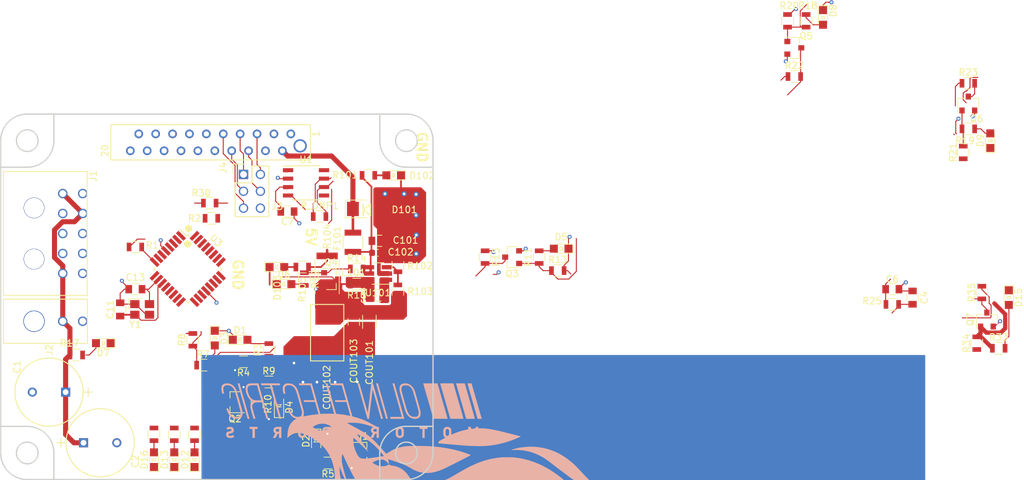
<source format=kicad_pcb>
(kicad_pcb (version 20171130) (host pcbnew 5.1.4-e60b266~84~ubuntu18.04.1)
  (layers (0 F.Cu signal) (31 B.Cu signal hide) (34 B.Paste user) (35 F.Paste user) (36 B.SilkS user hide) (37 F.SilkS user) (38 B.Mask user) (39 F.Mask user) (44 Edge.Cuts user))
  (net 0 "")
  (net 1 GND)
  (net 2 VCC)
  (net 3 "Net-(C101-Pad1)")
  (net 4 "Net-(C103-Pad2)")
  (net 5 "Net-(C103-Pad1)")
  (net 6 "Net-(COUT101-Pad1)")
  (net 7 "Net-(D102-Pad2)")
  (net 8 "Net-(D103-Pad2)")
  (net 9 "Net-(R102-Pad1)")
  (net 10 /Air+12V)
  (net 11 "Net-(C6-Pad1)")
  (net 12 "Net-(C11-Pad1)")
  (net 13 "Net-(C13-Pad1)")
  (net 14 "Net-(D1-Pad2)")
  (net 15 "Net-(D2-Pad2)")
  (net 16 "Net-(D3-Pad2)")
  (net 17 "Net-(D4-Pad2)")
  (net 18 "Net-(D5-Pad2)")
  (net 19 "Net-(D6-Pad2)")
  (net 20 "Net-(D7-Pad2)")
  (net 21 "Net-(D8-Pad2)")
  (net 22 "Net-(D9-Pad2)")
  (net 23 "Net-(D12-Pad2)")
  (net 24 "Net-(D13-Pad2)")
  (net 25 "Net-(D15-Pad2)")
  (net 26 "Net-(D16-Pad2)")
  (net 27 +12V)
  (net 28 /Precharge-)
  (net 29 /AIR+Weld_Detect)
  (net 30 /Air+GND)
  (net 31 /AIR-Weld_Detect)
  (net 32 /RESET)
  (net 33 /MOSI)
  (net 34 /SCK)
  (net 35 /MISO)
  (net 36 /CAN_H)
  (net 37 /CAN_L)
  (net 38 /RJ45_LED1)
  (net 39 /RJ45_LED2)
  (net 40 /IMD_Sense)
  (net 41 /BMS_Sense)
  (net 42 /ShutdownSense_BMS)
  (net 43 /ShutdownSense_IMD)
  (net 44 /ShutdownSense_HVD)
  (net 45 /ShutdownSense_MainPack)
  (net 46 "Net-(J4-Pad18)")
  (net 47 "Net-(J4-Pad19)")
  (net 48 "Net-(J4-Pad20)")
  (net 49 /PrechargeCTL)
  (net 50 /AIR+LSD)
  (net 51 /SS_HVD)
  (net 52 /SS_MainTSConn)
  (net 53 /SS_BMS)
  (net 54 /SS_IMD)
  (net 55 /SS_TSMS)
  (net 56 "Net-(R1-Pad2)")
  (net 57 "Net-(R2-Pad2)")
  (net 58 /P_LED_2)
  (net 59 /P_LED_1)
  (net 60 /P_LED_3)
  (net 61 "Net-(U1-Pad5)")
  (net 62 /CANRX)
  (net 63 /CANTX)
  (net 64 "Net-(U3-Pad32)")
  (net 65 "Net-(U3-Pad21)")
  (net 66 "Net-(U3-Pad14)")
  (net 67 "Net-(U3-Pad13)")
  (module footprints:SOT-23F (layer F.Cu) (at 122.682 91.44)
    (fp_text reference Q1 (at 0 -2.5) (layer F.SilkS))
    (fp_text value SSM3K333R hide)
    (pad 1 smd rect (at -1.05 -0.95) (size 0.9 0.8) (layers F.Cu F.Paste F.Mask) (net 49 /PrechargeCTL))
    (pad 2 smd rect (at -1.05 0.95) (size 0.9 0.8) (layers F.Cu F.Paste F.Mask) (net 1 GND))
    (pad 3 smd rect (at 1.05 0) (size 0.9 0.8) (layers F.Cu F.Paste F.Mask) (net 28 /Precharge-))
  )
  (module footprints:micromatch_female_vert_20 (layer F.Cu) (at 106.934 43.434 270)
    (fp_text reference J4 (at 5.08 5.08 90) (layer F.SilkS))
    (fp_text value MM_F_VT_20 hide)
    (fp_text user 1 (at 0 -8.89 90) (layer F.SilkS))
    (fp_text user 20 (at 2.54 22.86 90) (layer F.SilkS))
    (pad 21 thru_hole circle (at 1.8 -6.48 270) (size 2 2) (drill 1.5) (layers *.Cu *.Mask))
    (pad 20 thru_hole circle (at 2.54 19.05 270) (size 1.3 1.3) (drill 0.8) (layers *.Cu *.Mask) (net 48 "Net-(J4-Pad20)"))
    (pad 19 thru_hole circle (at 0 17.78 270) (size 1.3 1.3) (drill 0.8) (layers *.Cu *.Mask) (net 47 "Net-(J4-Pad19)"))
    (pad 18 thru_hole circle (at 2.54 16.51 270) (size 1.3 1.3) (drill 0.8) (layers *.Cu *.Mask) (net 46 "Net-(J4-Pad18)"))
    (pad 17 thru_hole circle (at 0 15.24 270) (size 1.3 1.3) (drill 0.8) (layers *.Cu *.Mask) (net 45 /ShutdownSense_MainPack))
    (pad 16 thru_hole circle (at 2.54 13.97 270) (size 1.3 1.3) (drill 0.8) (layers *.Cu *.Mask) (net 44 /ShutdownSense_HVD))
    (pad 15 thru_hole circle (at 0 12.7 270) (size 1.3 1.3) (drill 0.8) (layers *.Cu *.Mask) (net 43 /ShutdownSense_IMD))
    (pad 14 thru_hole circle (at 2.54 11.43 270) (size 1.3 1.3) (drill 0.8) (layers *.Cu *.Mask) (net 42 /ShutdownSense_BMS))
    (pad 13 thru_hole circle (at 0 10.16 270) (size 1.3 1.3) (drill 0.8) (layers *.Cu *.Mask) (net 41 /BMS_Sense))
    (pad 12 thru_hole circle (at 2.54 8.89 270) (size 1.3 1.3) (drill 0.8) (layers *.Cu *.Mask) (net 40 /IMD_Sense))
    (pad 11 thru_hole circle (at 0 7.62 270) (size 1.3 1.3) (drill 0.8) (layers *.Cu *.Mask) (net 39 /RJ45_LED2))
    (pad 10 thru_hole circle (at 2.54 6.35 270) (size 1.3 1.3) (drill 0.8) (layers *.Cu *.Mask) (net 38 /RJ45_LED1))
    (pad 9 thru_hole circle (at 0 5.08 270) (size 1.3 1.3) (drill 0.8) (layers *.Cu *.Mask) (net 32 /RESET))
    (pad 8 thru_hole circle (at 2.54 3.81 270) (size 1.3 1.3) (drill 0.8) (layers *.Cu *.Mask) (net 34 /SCK))
    (pad 6 thru_hole circle (at 2.54 1.27 270) (size 1.3 1.3) (drill 0.8) (layers *.Cu *.Mask) (net 33 /MOSI))
    (pad 4 thru_hole circle (at 2.54 -1.27 270) (size 1.3 1.3) (drill 0.8) (layers *.Cu *.Mask) (net 37 /CAN_L))
    (pad 2 thru_hole circle (at 2.54 -3.81 270) (size 1.3 1.3) (drill 0.8) (layers *.Cu *.Mask) (net 27 +12V))
    (pad 7 thru_hole circle (at 0 2.54 270) (size 1.3 1.3) (drill 0.8) (layers *.Cu *.Mask) (net 35 /MISO))
    (pad 1 thru_hole circle (at 0 -5.08 270) (size 1.3 1.3) (drill 0.8) (layers *.Cu *.Mask) (net 1 GND))
    (pad 3 thru_hole circle (at 0 -2.54 270) (size 1.3 1.3) (drill 0.8) (layers *.Cu *.Mask) (net 36 /CAN_H))
    (pad 5 thru_hole circle (at 0 0 270) (size 1.3 1.3) (drill 0.8) (layers *.Cu *.Mask) (net 2 VCC))
  )
  (module footprints:C_0805_OEM (layer F.Cu) (at 88.646 66.802 180)
    (fp_text reference C13 (at 0 1.778) (layer F.SilkS))
    (fp_text value C_30pF hide)
    (pad 2 smd rect (at 1 0 180) (size 1 1.25) (layers F.Cu F.Paste F.Mask) (net 1 GND))
    (pad 1 smd rect (at -1 0 180) (size 1 1.25) (layers F.Cu F.Paste F.Mask) (net 13 "Net-(C13-Pad1)"))
  )
  (module footprints:SOIC-8_3.9x4.9mm_Pitch1.27mm_OEM (layer F.Cu) (at 114.3 50.8)
    (fp_text reference U1 (at 0 -3.5) (layer F.SilkS))
    (fp_text value MCP2561-E_SN hide)
    (pad 8 smd rect (at 2.7 -1.905) (size 1.55 0.6) (layers F.Cu F.Paste F.Mask) (net 1 GND))
    (pad 7 smd rect (at 2.7 -0.635) (size 1.55 0.6) (layers F.Cu F.Paste F.Mask) (net 36 /CAN_H))
    (pad 6 smd rect (at 2.7 0.635) (size 1.55 0.6) (layers F.Cu F.Paste F.Mask) (net 37 /CAN_L))
    (pad 5 smd rect (at 2.7 1.905) (size 1.55 0.6) (layers F.Cu F.Paste F.Mask) (net 61 "Net-(U1-Pad5)"))
    (pad 4 smd rect (at -2.7 1.905) (size 1.55 0.6) (layers F.Cu F.Paste F.Mask) (net 62 /CANRX))
    (pad 3 smd rect (at -2.7 0.635) (size 1.55 0.6) (layers F.Cu F.Paste F.Mask) (net 2 VCC))
    (pad 2 smd rect (at -2.7 -0.635) (size 1.55 0.6) (layers F.Cu F.Paste F.Mask) (net 1 GND))
    (pad 1 smd rect (at -2.7 -1.905) (size 1.55 0.6) (layers F.Cu F.Paste F.Mask) (net 63 /CANTX))
  )
  (module footprints:R_0805_OEM (layer F.Cu) (at 97.282 74.422 90)
    (fp_text reference R8 (at 0 -1.65 90) (layer F.SilkS))
    (fp_text value R_10K hide)
    (pad 1 smd rect (at -0.95 0 90) (size 0.7 1.3) (layers F.Cu F.Paste F.Mask) (net 29 /AIR+Weld_Detect))
    (pad 2 smd rect (at 0.95 0 90) (size 0.7 1.3) (layers F.Cu F.Paste F.Mask) (net 1 GND))
  )
  (module footprints:R_0805_OEM (layer F.Cu) (at 119.126 89.662 90)
    (fp_text reference R6 (at 0 -1.65 90) (layer F.SilkS))
    (fp_text value R_10K hide)
    (pad 1 smd rect (at -0.95 0 90) (size 0.7 1.3) (layers F.Cu F.Paste F.Mask) (net 49 /PrechargeCTL))
    (pad 2 smd rect (at 0.95 0 90) (size 0.7 1.3) (layers F.Cu F.Paste F.Mask) (net 1 GND))
  )
  (module footprints:R_0805_OEM (layer F.Cu) (at 117.602 92.964 180)
    (fp_text reference R5 (at 0 -1.65) (layer F.SilkS))
    (fp_text value R_200 hide)
    (pad 2 smd rect (at 0.95 0 180) (size 0.7 1.3) (layers F.Cu F.Paste F.Mask) (net 15 "Net-(D2-Pad2)"))
    (pad 1 smd rect (at -0.95 0 180) (size 0.7 1.3) (layers F.Cu F.Paste F.Mask) (net 49 /PrechargeCTL))
  )
  (module footprints:R_0805_OEM (layer F.Cu) (at 104.902 77.724 180)
    (fp_text reference R4 (at 0 -1.65) (layer F.SilkS))
    (fp_text value R_10K hide)
    (pad 1 smd rect (at -0.95 0 180) (size 0.7 1.3) (layers F.Cu F.Paste F.Mask) (net 31 /AIR-Weld_Detect))
    (pad 2 smd rect (at 0.95 0 180) (size 0.7 1.3) (layers F.Cu F.Paste F.Mask) (net 1 GND))
  )
  (module footprints:SOT-23F (layer F.Cu) (at 145.288 61.976 180)
    (fp_text reference Q3 (at 0 -2.5) (layer F.SilkS))
    (fp_text value SSM3K333R hide)
    (pad 1 smd rect (at -1.05 -0.95 180) (size 0.9 0.8) (layers F.Cu F.Paste F.Mask) (net 44 /ShutdownSense_HVD))
    (pad 2 smd rect (at -1.05 0.95 180) (size 0.9 0.8) (layers F.Cu F.Paste F.Mask) (net 1 GND))
    (pad 3 smd rect (at 1.05 0 180) (size 0.9 0.8) (layers F.Cu F.Paste F.Mask) (net 51 /SS_HVD))
  )
  (module footprints:R_0805_OEM (layer F.Cu) (at 99.822 53.848)
    (fp_text reference R30 (at -1.27 -1.524) (layer F.SilkS))
    (fp_text value R_10K hide)
    (pad 1 smd rect (at -0.95 0) (size 0.7 1.3) (layers F.Cu F.Paste F.Mask) (net 2 VCC))
    (pad 2 smd rect (at 0.95 0) (size 0.7 1.3) (layers F.Cu F.Paste F.Mask) (net 32 /RESET))
  )
  (module footprints:LED_0805_OEM (layer F.Cu) (at 219.964 68.072 270)
    (fp_text reference D15 (at 0 -1.45 90) (layer F.SilkS))
    (fp_text value LED_0805 hide)
    (pad 1 smd rect (at -1.1 0 90) (size 1.2 1.2) (layers F.Cu F.Paste F.Mask) (net 1 GND))
    (pad 2 smd rect (at 1.1 0 90) (size 1.2 1.2) (layers F.Cu F.Paste F.Mask) (net 25 "Net-(D15-Pad2)"))
  )
  (module footprints:R_0805_OEM (layer F.Cu) (at 116.332 55.88)
    (fp_text reference R_DNP1 (at 0 -1.65) (layer F.SilkS))
    (fp_text value R_120_DNP hide)
    (pad 2 smd rect (at 0.95 0) (size 0.7 1.3) (layers F.Cu F.Paste F.Mask) (net 37 /CAN_L))
    (pad 1 smd rect (at -0.95 0) (size 0.7 1.3) (layers F.Cu F.Paste F.Mask) (net 36 /CAN_H))
  )
  (module footprints:SOT-23F (layer F.Cu) (at 118.076 65.278)
    (fp_text reference Q4 (at 0 -2.5) (layer F.SilkS))
    (fp_text value SSM3K333R hide)
    (pad 3 smd rect (at 1.05 0) (size 0.9 0.8) (layers F.Cu F.Paste F.Mask) (net 52 /SS_MainTSConn))
    (pad 2 smd rect (at -1.05 0.95) (size 0.9 0.8) (layers F.Cu F.Paste F.Mask) (net 1 GND))
    (pad 1 smd rect (at -1.05 -0.95) (size 0.9 0.8) (layers F.Cu F.Paste F.Mask) (net 45 /ShutdownSense_MainPack))
  )
  (module footprints:MicroFit_RA_10 (layer F.Cu) (at 73.406 58.42 90)
    (fp_text reference J1 (at 8.636 8.9154 90) (layer F.SilkS))
    (fp_text value MicroFit_RA_10)
    (pad "" thru_hole circle (at -3.85 0 90) (size 3.1 3.1) (drill 3) (layers *.Cu *.Mask))
    (pad 1 thru_hole circle (at -6.01 4.32 90) (size 1.42 1.42) (drill 1.02) (layers *.Cu *.Mask) (net 10 /Air+12V))
    (pad 2 thru_hole circle (at -3.01 4.32 90) (size 1.42 1.42) (drill 1.02) (layers *.Cu *.Mask) (net 28 /Precharge-))
    (pad "" thru_hole circle (at 3.85 0 90) (size 3.1 3.1) (drill 3) (layers *.Cu *.Mask))
    (pad 3 thru_hole circle (at -0.01 4.32 90) (size 1.42 1.42) (drill 1.02) (layers *.Cu *.Mask) (net 2 VCC))
    (pad 4 thru_hole circle (at 3.01 4.32 90) (size 1.42 1.42) (drill 1.02) (layers *.Cu *.Mask) (net 29 /AIR+Weld_Detect))
    (pad 5 thru_hole circle (at 6.01 4.32 90) (size 1.42 1.42) (drill 1.02) (layers *.Cu *.Mask) (net 10 /Air+12V))
    (pad 6 thru_hole circle (at -6.01 7.32 90) (size 1.42 1.42) (drill 1.02) (layers *.Cu *.Mask) (net 30 /Air+GND))
    (pad 7 thru_hole circle (at -3.01 7.32 90) (size 1.42 1.42) (drill 1.02) (layers *.Cu *.Mask) (net 2 VCC))
    (pad 8 thru_hole circle (at -0.01 7.32 90) (size 1.42 1.42) (drill 1.02) (layers *.Cu *.Mask) (net 31 /AIR-Weld_Detect))
    (pad 9 thru_hole circle (at 3.01 7.32 90) (size 1.42 1.42) (drill 1.02) (layers *.Cu *.Mask) (net 10 /Air+12V))
    (pad 10 thru_hole circle (at 6.01 7.32 90) (size 1.42 1.42) (drill 1.02) (layers *.Cu *.Mask) (net 1 GND))
  )
  (module footprints:C_0805_OEM (layer F.Cu) (at 86.36 69.85 90)
    (fp_text reference C11 (at 0 -1.5 90) (layer F.SilkS))
    (fp_text value C_30pF hide)
    (pad 1 smd rect (at -1 0 90) (size 1 1.25) (layers F.Cu F.Paste F.Mask) (net 12 "Net-(C11-Pad1)"))
    (pad 2 smd rect (at 1 0 90) (size 1 1.25) (layers F.Cu F.Paste F.Mask) (net 1 GND))
  )
  (module footprints:R_0805_OEM (layer F.Cu) (at 141.224 61.976 270)
    (fp_text reference R15 (at 0 -1.65 90) (layer F.SilkS))
    (fp_text value R_10K hide)
    (pad 1 smd rect (at -0.95 0 270) (size 0.7 1.3) (layers F.Cu F.Paste F.Mask) (net 2 VCC))
    (pad 2 smd rect (at 0.95 0 270) (size 0.7 1.3) (layers F.Cu F.Paste F.Mask) (net 51 /SS_HVD))
  )
  (module footprints:C_Radial_D10_L13_P5_OEM (layer F.Cu) (at 73.152 82.296 180)
    (fp_text reference C1 (at 2.286 3.81 90) (layer F.SilkS))
    (fp_text value CP_1mF hide)
    (pad 1 thru_hole rect (at -5.0038 0 180) (size 1.3716 1.3716) (drill 0.8636) (layers *.Cu *.Mask B.Adhes F.Paste) (net 10 /Air+12V))
    (pad 2 thru_hole circle (at 0 0 180) (size 1.3716 1.3716) (drill 0.8636) (layers *.Cu *.Paste *.Mask) (net 1 GND))
  )
  (module footprints:R_0805_OEM (layer F.Cu) (at 108.712 75.946 90)
    (fp_text reference R3 (at 0 -1.65 90) (layer F.SilkS))
    (fp_text value R_200 hide)
    (pad 2 smd rect (at 0.95 0 90) (size 0.7 1.3) (layers F.Cu F.Paste F.Mask) (net 14 "Net-(D1-Pad2)"))
    (pad 1 smd rect (at -0.95 0 90) (size 0.7 1.3) (layers F.Cu F.Paste F.Mask) (net 31 /AIR-Weld_Detect))
  )
  (module footprints:R_0805_OEM (layer F.Cu) (at 149.352 61.976 90)
    (fp_text reference R11 (at 0 -1.65 90) (layer F.SilkS))
    (fp_text value R_1K hide)
    (pad 2 smd rect (at 0.95 0 90) (size 0.7 1.3) (layers F.Cu F.Paste F.Mask) (net 18 "Net-(D5-Pad2)"))
    (pad 1 smd rect (at -0.95 0 90) (size 0.7 1.3) (layers F.Cu F.Paste F.Mask) (net 44 /ShutdownSense_HVD))
  )
  (module footprints:LED_0805_OEM (layer F.Cu) (at 94.488 92.456 90)
    (fp_text reference D13 (at 0 -1.45 90) (layer F.SilkS))
    (fp_text value LED_0805 hide)
    (pad 2 smd rect (at 1.1 0 270) (size 1.2 1.2) (layers F.Cu F.Paste F.Mask) (net 24 "Net-(D13-Pad2)"))
    (pad 1 smd rect (at -1.1 0 270) (size 1.2 1.2) (layers F.Cu F.Paste F.Mask) (net 1 GND))
  )
  (module footprints:LED_0805_OEM (layer F.Cu) (at 91.44 92.456 90)
    (fp_text reference D16 (at 0 -1.45 90) (layer F.SilkS))
    (fp_text value LED_0805 hide)
    (pad 1 smd rect (at -1.1 0 270) (size 1.2 1.2) (layers F.Cu F.Paste F.Mask) (net 1 GND))
    (pad 2 smd rect (at 1.1 0 270) (size 1.2 1.2) (layers F.Cu F.Paste F.Mask) (net 26 "Net-(D16-Pad2)"))
  )
  (module footprints:R_0805_OEM (layer F.Cu) (at 187.706 34.798)
    (fp_text reference R22 (at 0 -1.65) (layer F.SilkS))
    (fp_text value R_10K hide)
    (pad 2 smd rect (at 0.95 0) (size 0.7 1.3) (layers F.Cu F.Paste F.Mask) (net 53 /SS_BMS))
    (pad 1 smd rect (at -0.95 0) (size 0.7 1.3) (layers F.Cu F.Paste F.Mask) (net 2 VCC))
  )
  (module footprints:TQFP-32_7x7mm_Pitch0.8mm (layer F.Cu) (at 96.52 63.754 315)
    (fp_text reference U3 (at 0 -6.05 135) (layer F.SilkS))
    (fp_text value ATMEGA16M1 hide)
    (pad 32 smd rect (at -2.8 -4.25 45) (size 1.6 0.55) (layers F.Cu F.Paste F.Mask) (net 64 "Net-(U3-Pad32)"))
    (pad 31 smd rect (at -2 -4.25 45) (size 1.6 0.55) (layers F.Cu F.Paste F.Mask) (net 32 /RESET))
    (pad 30 smd rect (at -1.2 -4.25 45) (size 1.6 0.55) (layers F.Cu F.Paste F.Mask) (net 54 /SS_IMD))
    (pad 29 smd rect (at -0.4 -4.25 45) (size 1.6 0.55) (layers F.Cu F.Paste F.Mask) (net 52 /SS_MainTSConn))
    (pad 28 smd rect (at 0.4 -4.25 45) (size 1.6 0.55) (layers F.Cu F.Paste F.Mask) (net 55 /SS_TSMS))
    (pad 27 smd rect (at 1.2 -4.25 45) (size 1.6 0.55) (layers F.Cu F.Paste F.Mask) (net 51 /SS_HVD))
    (pad 26 smd rect (at 2 -4.25 45) (size 1.6 0.55) (layers F.Cu F.Paste F.Mask) (net 50 /AIR+LSD))
    (pad 25 smd rect (at 2.8 -4.25 45) (size 1.6 0.55) (layers F.Cu F.Paste F.Mask) (net 31 /AIR-Weld_Detect))
    (pad 24 smd rect (at 4.25 -2.8 315) (size 1.6 0.55) (layers F.Cu F.Paste F.Mask) (net 49 /PrechargeCTL))
    (pad 23 smd rect (at 4.25 -2 315) (size 1.6 0.55) (layers F.Cu F.Paste F.Mask) (net 40 /IMD_Sense))
    (pad 22 smd rect (at 4.25 -1.2 315) (size 1.6 0.55) (layers F.Cu F.Paste F.Mask) (net 29 /AIR+Weld_Detect))
    (pad 21 smd rect (at 4.25 -0.4 315) (size 1.6 0.55) (layers F.Cu F.Paste F.Mask) (net 65 "Net-(U3-Pad21)"))
    (pad 20 smd rect (at 4.25 0.4 315) (size 1.6 0.55) (layers F.Cu F.Paste F.Mask) (net 1 GND))
    (pad 19 smd rect (at 4.25 1.2 315) (size 1.6 0.55) (layers F.Cu F.Paste F.Mask) (net 11 "Net-(C6-Pad1)"))
    (pad 18 smd rect (at 4.25 2 315) (size 1.6 0.55) (layers F.Cu F.Paste F.Mask) (net 58 /P_LED_2))
    (pad 17 smd rect (at 4.25 2.8 315) (size 1.6 0.55) (layers F.Cu F.Paste F.Mask) (net 59 /P_LED_1))
    (pad 16 smd rect (at 2.8 4.25 45) (size 1.6 0.55) (layers F.Cu F.Paste F.Mask) (net 41 /BMS_Sense))
    (pad 15 smd rect (at 2 4.25 45) (size 1.6 0.55) (layers F.Cu F.Paste F.Mask) (net 60 /P_LED_3))
    (pad 14 smd rect (at 1.2 4.25 45) (size 1.6 0.55) (layers F.Cu F.Paste F.Mask) (net 66 "Net-(U3-Pad14)"))
    (pad 13 smd rect (at 0.4 4.25 45) (size 1.6 0.55) (layers F.Cu F.Paste F.Mask) (net 67 "Net-(U3-Pad13)"))
    (pad 12 smd rect (at -0.4 4.25 45) (size 1.6 0.55) (layers F.Cu F.Paste F.Mask) (net 34 /SCK))
    (pad 11 smd rect (at -1.2 4.25 45) (size 1.6 0.55) (layers F.Cu F.Paste F.Mask) (net 12 "Net-(C11-Pad1)"))
    (pad 10 smd rect (at -2 4.25 45) (size 1.6 0.55) (layers F.Cu F.Paste F.Mask) (net 13 "Net-(C13-Pad1)"))
    (pad 9 smd rect (at -2.8 4.25 45) (size 1.6 0.55) (layers F.Cu F.Paste F.Mask) (net 57 "Net-(R2-Pad2)"))
    (pad 8 smd rect (at -4.25 2.8 315) (size 1.6 0.55) (layers F.Cu F.Paste F.Mask) (net 56 "Net-(R1-Pad2)"))
    (pad 7 smd rect (at -4.25 2 315) (size 1.6 0.55) (layers F.Cu F.Paste F.Mask) (net 62 /CANRX))
    (pad 6 smd rect (at -4.25 1.2 315) (size 1.6 0.55) (layers F.Cu F.Paste F.Mask) (net 63 /CANTX))
    (pad 5 smd rect (at -4.25 0.4 315) (size 1.6 0.55) (layers F.Cu F.Paste F.Mask) (net 1 GND))
    (pad 4 smd rect (at -4.25 -0.4 315) (size 1.6 0.55) (layers F.Cu F.Paste F.Mask) (net 2 VCC))
    (pad 3 smd rect (at -4.25 -1.2 315) (size 1.6 0.55) (layers F.Cu F.Paste F.Mask) (net 53 /SS_BMS))
    (pad 2 smd rect (at -4.25 -2 315) (size 1.6 0.55) (layers F.Cu F.Paste F.Mask) (net 33 /MOSI))
    (pad 1 smd rect (at -4.25 -2.8 315) (size 1.6 0.55) (layers F.Cu F.Paste F.Mask) (net 35 /MISO))
  )
  (module footprints:R_0805_OEM (layer F.Cu) (at 94.488 88.646 270)
    (fp_text reference R29 hide)
    (fp_text value R_200 hide)
    (pad 1 smd rect (at -0.95 0 270) (size 0.7 1.3) (layers F.Cu F.Paste F.Mask) (net 59 /P_LED_1))
    (pad 2 smd rect (at 0.95 0 270) (size 0.7 1.3) (layers F.Cu F.Paste F.Mask) (net 24 "Net-(D13-Pad2)"))
  )
  (module footprints:Crystal_SMD_FA238 (layer F.Cu) (at 89.662 69.85)
    (fp_text reference Y1 (at -1.016 2.286) (layer F.SilkS))
    (fp_text value Crystal_SMD hide)
    (pad 4 smd rect (at -1.1 -0.8) (size 1.4 1.2) (layers F.Cu F.Mask) (net 1 GND))
    (pad 3 smd rect (at 1.1 -0.8) (size 1.4 1.2) (layers F.Cu F.Mask) (net 13 "Net-(C13-Pad1)"))
    (pad 2 smd rect (at 1.1 0.8) (size 1.4 1.2) (layers F.Cu F.Mask) (net 1 GND))
    (pad 1 smd rect (at -1.1 0.8) (size 1.4 1.2) (layers F.Cu F.Mask) (net 12 "Net-(C11-Pad1)"))
  )
  (module footprints:R_0805_OEM (layer F.Cu) (at 100.076 56.134 180)
    (fp_text reference R2 (at 2.54 0) (layer F.SilkS))
    (fp_text value R_200 hide)
    (pad 1 smd rect (at -0.95 0 180) (size 0.7 1.3) (layers F.Cu F.Paste F.Mask) (net 39 /RJ45_LED2))
    (pad 2 smd rect (at 0.95 0 180) (size 0.7 1.3) (layers F.Cu F.Paste F.Mask) (net 57 "Net-(R2-Pad2)"))
  )
  (module footprints:C_0805_OEM (layer F.Cu) (at 111.506 55.118 180)
    (fp_text reference C7 (at 0 -1.5) (layer F.SilkS))
    (fp_text value C_0.1uF hide)
    (pad 2 smd rect (at 1 0 180) (size 1 1.25) (layers F.Cu F.Paste F.Mask) (net 2 VCC))
    (pad 1 smd rect (at -1 0 180) (size 1 1.25) (layers F.Cu F.Paste F.Mask) (net 1 GND))
  )
  (module footprints:R_0805_OEM (layer F.Cu) (at 215.9 67.31 270)
    (fp_text reference R35 (at 0 1.524 90) (layer F.SilkS))
    (fp_text value R_10K hide)
    (pad 2 smd rect (at 0.95 0 270) (size 0.7 1.3) (layers F.Cu F.Paste F.Mask) (net 55 /SS_TSMS))
    (pad 1 smd rect (at -0.95 0 270) (size 0.7 1.3) (layers F.Cu F.Paste F.Mask) (net 2 VCC))
  )
  (module footprints:LED_0805_OEM (layer F.Cu) (at 110.236 84.328 90)
    (fp_text reference D4 (at -0.254 1.524 90) (layer F.SilkS))
    (fp_text value LED_0805 hide)
    (pad 2 smd rect (at 1.1 0 270) (size 1.2 1.2) (layers F.Cu F.Paste F.Mask) (net 17 "Net-(D4-Pad2)"))
    (pad 1 smd rect (at -1.1 0 270) (size 1.2 1.2) (layers F.Cu F.Paste F.Mask) (net 1 GND))
  )
  (module footprints:Pin_Header_Straight_2x03 (layer F.Cu) (at 104.902 49.53)
    (fp_text reference J3 (at 5.08 4.826) (layer F.SilkS))
    (fp_text value CONN_02X03 hide)
    (pad 6 thru_hole circle (at 2.54 5.08) (size 1.4 1.4) (drill 1.016) (layers *.Cu *.Mask) (net 1 GND))
    (pad 5 thru_hole circle (at 0 5.08) (size 1.4 1.4) (drill 1.016) (layers *.Cu *.Mask) (net 32 /RESET))
    (pad 4 thru_hole circle (at 2.54 2.54) (size 1.4 1.4) (drill 1.016) (layers *.Cu *.Mask) (net 33 /MOSI))
    (pad 3 thru_hole circle (at 0 2.54) (size 1.4 1.4) (drill 1.016) (layers *.Cu *.Mask) (net 34 /SCK))
    (pad 2 thru_hole circle (at 2.54 0) (size 1.4 1.4) (drill 1.016) (layers *.Cu *.Mask) (net 2 VCC))
    (pad 1 thru_hole rect (at 0 0) (size 1.4 1.4) (drill 1.016) (layers *.Cu *.Mask) (net 35 /MISO))
  )
  (module footprints:R_0805_OEM (layer F.Cu) (at 91.44 88.646 270)
    (fp_text reference R36 hide)
    (fp_text value R_200 hide)
    (pad 2 smd rect (at 0.95 0 270) (size 0.7 1.3) (layers F.Cu F.Paste F.Mask) (net 26 "Net-(D16-Pad2)"))
    (pad 1 smd rect (at -0.95 0 270) (size 0.7 1.3) (layers F.Cu F.Paste F.Mask) (net 60 /P_LED_3))
  )
  (module footprints:R_0805_OEM (layer F.Cu) (at 98.806 78.232)
    (fp_text reference R7 (at 0 -1.65) (layer F.SilkS))
    (fp_text value R_200 hide)
    (pad 1 smd rect (at -0.95 0) (size 0.7 1.3) (layers F.Cu F.Paste F.Mask) (net 29 /AIR+Weld_Detect))
    (pad 2 smd rect (at 0.95 0) (size 0.7 1.3) (layers F.Cu F.Paste F.Mask) (net 16 "Net-(D3-Pad2)"))
  )
  (module footprints:SOT-23F (layer F.Cu) (at 187.706 30.48)
    (fp_text reference Q5 (at 1.778 -1.778) (layer F.SilkS))
    (fp_text value SSM3K333R hide)
    (pad 3 smd rect (at 1.05 0) (size 0.9 0.8) (layers F.Cu F.Paste F.Mask) (net 53 /SS_BMS))
    (pad 2 smd rect (at -1.05 0.95) (size 0.9 0.8) (layers F.Cu F.Paste F.Mask) (net 1 GND))
    (pad 1 smd rect (at -1.05 -0.95) (size 0.9 0.8) (layers F.Cu F.Paste F.Mask) (net 42 /ShutdownSense_BMS))
  )
  (module footprints:R_0805_OEM (layer F.Cu) (at 218.44 75.692)
    (fp_text reference R33 (at 0 -1.65) (layer F.SilkS))
    (fp_text value R_1K hide)
    (pad 1 smd rect (at -0.95 0) (size 0.7 1.3) (layers F.Cu F.Paste F.Mask) (net 10 /Air+12V))
    (pad 2 smd rect (at 0.95 0) (size 0.7 1.3) (layers F.Cu F.Paste F.Mask) (net 25 "Net-(D15-Pad2)"))
  )
  (module footprints:SOT-23F (layer F.Cu) (at 216.662 71.374 90)
    (fp_text reference Q7 (at 0 -2.5 90) (layer F.SilkS))
    (fp_text value SSM3K333R hide)
    (pad 3 smd rect (at 1.05 0 90) (size 0.9 0.8) (layers F.Cu F.Paste F.Mask) (net 55 /SS_TSMS))
    (pad 2 smd rect (at -1.05 0.95 90) (size 0.9 0.8) (layers F.Cu F.Paste F.Mask) (net 1 GND))
    (pad 1 smd rect (at -1.05 -0.95 90) (size 0.9 0.8) (layers F.Cu F.Paste F.Mask) (net 10 /Air+12V))
  )
  (module footprints:R_0805_OEM (layer F.Cu) (at 121.92 63.754)
    (fp_text reference R14 (at 0 -1.65) (layer F.SilkS))
    (fp_text value R_100K hide)
    (pad 1 smd rect (at -0.95 0) (size 0.7 1.3) (layers F.Cu F.Paste F.Mask) (net 45 /ShutdownSense_MainPack))
    (pad 2 smd rect (at 0.95 0) (size 0.7 1.3) (layers F.Cu F.Paste F.Mask) (net 1 GND))
  )
  (module footprints:R_0805_OEM (layer F.Cu) (at 108.712 80.772)
    (fp_text reference R9 (at 0 -1.65) (layer F.SilkS))
    (fp_text value R_200 hide)
    (pad 2 smd rect (at 0.95 0) (size 0.7 1.3) (layers F.Cu F.Paste F.Mask) (net 17 "Net-(D4-Pad2)"))
    (pad 1 smd rect (at -0.95 0) (size 0.7 1.3) (layers F.Cu F.Paste F.Mask) (net 50 /AIR+LSD))
  )
  (module footprints:R_0805_OEM (layer F.Cu) (at 213.868 35.814)
    (fp_text reference R23 (at 0 -1.65) (layer F.SilkS))
    (fp_text value R_10K hide)
    (pad 1 smd rect (at -0.95 0) (size 0.7 1.3) (layers F.Cu F.Paste F.Mask) (net 2 VCC))
    (pad 2 smd rect (at 0.95 0) (size 0.7 1.3) (layers F.Cu F.Paste F.Mask) (net 54 /SS_IMD))
  )
  (module footprints:LED_0805_OEM (layer F.Cu) (at 110.998 66.04)
    (fp_text reference D6 (at 0 -1.45) (layer F.SilkS))
    (fp_text value LED_0805 hide)
    (pad 2 smd rect (at 1.1 0 180) (size 1.2 1.2) (layers F.Cu F.Paste F.Mask) (net 19 "Net-(D6-Pad2)"))
    (pad 1 smd rect (at -1.1 0 180) (size 1.2 1.2) (layers F.Cu F.Paste F.Mask) (net 1 GND))
  )
  (module footprints:MicroFit_RA_V_2 (layer F.Cu) (at 73.406 71.628 90)
    (fp_text reference J2 (at -4.318 2.286 90) (layer F.SilkS))
    (fp_text value MicroFit_RA_V_2)
    (pad 2 thru_hole circle (at 0 7.32 90) (size 1.42 1.42) (drill 1.02) (layers *.Cu *.Mask) (net 1 GND))
    (pad 1 thru_hole circle (at 0 4.32 90) (size 1.42 1.42) (drill 1.02) (layers *.Cu *.Mask) (net 10 /Air+12V))
    (pad "" thru_hole circle (at 0 0 90) (size 3.2 3.2) (drill 3) (layers *.Cu *.Mask))
  )
  (module footprints:LED_0805_OEM (layer F.Cu) (at 217.17 44.45 90)
    (fp_text reference D9 (at 0 -1.45 90) (layer F.SilkS))
    (fp_text value LED_0805 hide)
    (pad 1 smd rect (at -1.1 0 270) (size 1.2 1.2) (layers F.Cu F.Paste F.Mask) (net 1 GND))
    (pad 2 smd rect (at 1.1 0 270) (size 1.2 1.2) (layers F.Cu F.Paste F.Mask) (net 22 "Net-(D9-Pad2)"))
  )
  (module footprints:R_0805_OEM (layer F.Cu) (at 213.106 46.228 270)
    (fp_text reference R21 (at 0 1.524 90) (layer F.SilkS))
    (fp_text value R_100K hide)
    (pad 1 smd rect (at -0.95 0 270) (size 0.7 1.3) (layers F.Cu F.Paste F.Mask) (net 43 /ShutdownSense_IMD))
    (pad 2 smd rect (at 0.95 0 270) (size 0.7 1.3) (layers F.Cu F.Paste F.Mask) (net 1 GND))
  )
  (module footprints:LED_0805_OEM (layer F.Cu) (at 97.536 92.456 90)
    (fp_text reference D12 (at 0 -1.45 90) (layer F.SilkS))
    (fp_text value LED_0805 hide)
    (pad 1 smd rect (at -1.1 0 270) (size 1.2 1.2) (layers F.Cu F.Paste F.Mask) (net 1 GND))
    (pad 2 smd rect (at 1.1 0 270) (size 1.2 1.2) (layers F.Cu F.Paste F.Mask) (net 23 "Net-(D12-Pad2)"))
  )
  (module footprints:LED_0805_OEM (layer F.Cu) (at 152.654 60.706 180)
    (fp_text reference D5 (at 0 1.778) (layer F.SilkS))
    (fp_text value LED_0805 hide)
    (pad 2 smd rect (at 1.1 0) (size 1.2 1.2) (layers F.Cu F.Paste F.Mask) (net 18 "Net-(D5-Pad2)"))
    (pad 1 smd rect (at -1.1 0) (size 1.2 1.2) (layers F.Cu F.Paste F.Mask) (net 1 GND))
  )
  (module footprints:C_Radial_D10_L13_P5_OEM (layer F.Cu) (at 85.852 89.916)
    (fp_text reference C2 (at 2.794 2.794 90) (layer F.SilkS))
    (fp_text value CP_1mF hide)
    (pad 2 thru_hole circle (at 0 0) (size 1.3716 1.3716) (drill 0.8636) (layers *.Cu *.Paste *.Mask) (net 1 GND))
    (pad 1 thru_hole rect (at -5.0038 0) (size 1.3716 1.3716) (drill 0.8636) (layers *.Cu *.Mask B.Adhes F.Paste) (net 10 /Air+12V))
  )
  (module footprints:LED_0805_OEM (layer F.Cu) (at 115.824 89.662 270)
    (fp_text reference D2 (at 0 1.524 90) (layer F.SilkS))
    (fp_text value LED_0805 hide)
    (pad 1 smd rect (at -1.1 0 90) (size 1.2 1.2) (layers F.Cu F.Paste F.Mask) (net 1 GND))
    (pad 2 smd rect (at 1.1 0 90) (size 1.2 1.2) (layers F.Cu F.Paste F.Mask) (net 15 "Net-(D2-Pad2)"))
  )
  (module footprints:C_0805_OEM (layer F.Cu) (at 205.486 68.072 90)
    (fp_text reference C4 (at 0 1.778 90) (layer F.SilkS))
    (fp_text value C_0.1uF hide)
    (pad 2 smd rect (at 1 0 90) (size 1 1.25) (layers F.Cu F.Paste F.Mask) (net 1 GND))
    (pad 1 smd rect (at -1 0 90) (size 1 1.25) (layers F.Cu F.Paste F.Mask) (net 2 VCC))
  )
  (module footprints:LED_0805_OEM (layer F.Cu) (at 100.584 74.168 270)
    (fp_text reference D3 (at 0 -1.45 90) (layer F.SilkS))
    (fp_text value LED_0805 hide)
    (pad 2 smd rect (at 1.1 0 90) (size 1.2 1.2) (layers F.Cu F.Paste F.Mask) (net 16 "Net-(D3-Pad2)"))
    (pad 1 smd rect (at -1.1 0 90) (size 1.2 1.2) (layers F.Cu F.Paste F.Mask) (net 1 GND))
  )
  (module footprints:R_0805_OEM (layer F.Cu) (at 97.536 88.646 270)
    (fp_text reference R28 hide)
    (fp_text value R_200 hide)
    (pad 2 smd rect (at 0.95 0 270) (size 0.7 1.3) (layers F.Cu F.Paste F.Mask) (net 23 "Net-(D12-Pad2)"))
    (pad 1 smd rect (at -0.95 0 270) (size 0.7 1.3) (layers F.Cu F.Paste F.Mask) (net 58 /P_LED_2))
  )
  (module footprints:SOT-23F (layer F.Cu) (at 103.632 83.82 180)
    (fp_text reference Q2 (at 0 -2.5) (layer F.SilkS))
    (fp_text value SSM3K333R hide)
    (pad 1 smd rect (at -1.05 -0.95 180) (size 0.9 0.8) (layers F.Cu F.Paste F.Mask) (net 50 /AIR+LSD))
    (pad 2 smd rect (at -1.05 0.95 180) (size 0.9 0.8) (layers F.Cu F.Paste F.Mask) (net 1 GND))
    (pad 3 smd rect (at 1.05 0 180) (size 0.9 0.8) (layers F.Cu F.Paste F.Mask) (net 30 /Air+GND))
  )
  (module footprints:R_0805_OEM (layer F.Cu) (at 121.92 66.04 180)
    (fp_text reference R16 (at 0 -1.65) (layer F.SilkS))
    (fp_text value R_10K hide)
    (pad 2 smd rect (at 0.95 0 180) (size 0.7 1.3) (layers F.Cu F.Paste F.Mask) (net 52 /SS_MainTSConn))
    (pad 1 smd rect (at -0.95 0 180) (size 0.7 1.3) (layers F.Cu F.Paste F.Mask) (net 2 VCC))
  )
  (module footprints:R_0805_OEM (layer F.Cu) (at 88.646 60.452)
    (fp_text reference R1 (at 2.54 -0.254) (layer F.SilkS))
    (fp_text value R_200 hide)
    (pad 2 smd rect (at 0.95 0) (size 0.7 1.3) (layers F.Cu F.Paste F.Mask) (net 56 "Net-(R1-Pad2)"))
    (pad 1 smd rect (at -0.95 0) (size 0.7 1.3) (layers F.Cu F.Paste F.Mask) (net 38 /RJ45_LED1))
  )
  (module footprints:R_0805_OEM (layer F.Cu) (at 213.868 42.672)
    (fp_text reference R19 (at -0.508 1.778) (layer F.SilkS))
    (fp_text value R_1K hide)
    (pad 1 smd rect (at -0.95 0) (size 0.7 1.3) (layers F.Cu F.Paste F.Mask) (net 43 /ShutdownSense_IMD))
    (pad 2 smd rect (at 0.95 0) (size 0.7 1.3) (layers F.Cu F.Paste F.Mask) (net 22 "Net-(D9-Pad2)"))
  )
  (module footprints:R_0805_OEM (layer F.Cu) (at 215.138 74.93 270)
    (fp_text reference R34 (at 0 1.524 90) (layer F.SilkS))
    (fp_text value R_100K hide)
    (pad 2 smd rect (at 0.95 0 270) (size 0.7 1.3) (layers F.Cu F.Paste F.Mask) (net 1 GND))
    (pad 1 smd rect (at -0.95 0 270) (size 0.7 1.3) (layers F.Cu F.Paste F.Mask) (net 10 /Air+12V))
  )
  (module footprints:LED_0805_OEM (layer F.Cu) (at 83.82 74.93 180)
    (fp_text reference D7 (at 0 -1.45) (layer F.SilkS))
    (fp_text value LED_0805 hide)
    (pad 1 smd rect (at -1.1 0) (size 1.2 1.2) (layers F.Cu F.Paste F.Mask) (net 1 GND))
    (pad 2 smd rect (at 1.1 0) (size 1.2 1.2) (layers F.Cu F.Paste F.Mask) (net 20 "Net-(D7-Pad2)"))
  )
  (module footprints:R_0805_OEM (layer F.Cu) (at 186.69 26.416 90)
    (fp_text reference R20 (at 2.286 0.254 180) (layer F.SilkS))
    (fp_text value R_100K hide)
    (pad 2 smd rect (at 0.95 0 90) (size 0.7 1.3) (layers F.Cu F.Paste F.Mask) (net 1 GND))
    (pad 1 smd rect (at -0.95 0 90) (size 0.7 1.3) (layers F.Cu F.Paste F.Mask) (net 42 /ShutdownSense_BMS))
  )
  (module footprints:R_0805_OEM (layer F.Cu) (at 79.756 76.708)
    (fp_text reference R17 (at -1.016 -1.778) (layer F.SilkS))
    (fp_text value R_1K hide)
    (pad 2 smd rect (at 0.95 0) (size 0.7 1.3) (layers F.Cu F.Paste F.Mask) (net 20 "Net-(D7-Pad2)"))
    (pad 1 smd rect (at -0.95 0) (size 0.7 1.3) (layers F.Cu F.Paste F.Mask) (net 10 /Air+12V))
  )
  (module footprints:R_0805_OEM (layer F.Cu) (at 114.046 65.278 270)
    (fp_text reference R12 (at 0 -1.65 90) (layer F.SilkS))
    (fp_text value R_1K hide)
    (pad 2 smd rect (at 0.95 0 270) (size 0.7 1.3) (layers F.Cu F.Paste F.Mask) (net 19 "Net-(D6-Pad2)"))
    (pad 1 smd rect (at -0.95 0 270) (size 0.7 1.3) (layers F.Cu F.Paste F.Mask) (net 45 /ShutdownSense_MainPack))
  )
  (module footprints:R_0805_OEM (layer F.Cu) (at 202.438 69.088 180)
    (fp_text reference R25 (at 3.048 0.508) (layer F.SilkS))
    (fp_text value R_100K hide)
    (pad 2 smd rect (at 0.95 0 180) (size 0.7 1.3) (layers F.Cu F.Paste F.Mask) (net 11 "Net-(C6-Pad1)"))
    (pad 1 smd rect (at -0.95 0 180) (size 0.7 1.3) (layers F.Cu F.Paste F.Mask) (net 2 VCC))
  )
  (module footprints:C_0805_OEM (layer F.Cu) (at 202.438 66.802)
    (fp_text reference C6 (at 0 -1.5) (layer F.SilkS))
    (fp_text value C_100pF hide)
    (pad 2 smd rect (at 1 0) (size 1 1.25) (layers F.Cu F.Paste F.Mask) (net 1 GND))
    (pad 1 smd rect (at -1 0) (size 1 1.25) (layers F.Cu F.Paste F.Mask) (net 11 "Net-(C6-Pad1)"))
  )
  (module footprints:LED_0805_OEM (layer F.Cu) (at 104.394 74.422)
    (fp_text reference D1 (at 0 -1.45) (layer F.SilkS))
    (fp_text value LED_0805 hide)
    (pad 1 smd rect (at -1.1 0 180) (size 1.2 1.2) (layers F.Cu F.Paste F.Mask) (net 1 GND))
    (pad 2 smd rect (at 1.1 0 180) (size 1.2 1.2) (layers F.Cu F.Paste F.Mask) (net 14 "Net-(D1-Pad2)"))
  )
  (module footprints:SOT-23F (layer F.Cu) (at 213.868 38.862 90)
    (fp_text reference Q6 (at -2.286 1.27) (layer F.SilkS))
    (fp_text value SSM3K333R hide)
    (pad 3 smd rect (at 1.05 0 90) (size 0.9 0.8) (layers F.Cu F.Paste F.Mask) (net 54 /SS_IMD))
    (pad 2 smd rect (at -1.05 0.95 90) (size 0.9 0.8) (layers F.Cu F.Paste F.Mask) (net 1 GND))
    (pad 1 smd rect (at -1.05 -0.95 90) (size 0.9 0.8) (layers F.Cu F.Paste F.Mask) (net 43 /ShutdownSense_IMD))
  )
  (module footprints:R_0805_OEM (layer F.Cu) (at 189.484 26.416 90)
    (fp_text reference R18 (at 2.286 0.254 180) (layer F.SilkS))
    (fp_text value R_1K hide)
    (pad 1 smd rect (at -0.95 0 90) (size 0.7 1.3) (layers F.Cu F.Paste F.Mask) (net 42 /ShutdownSense_BMS))
    (pad 2 smd rect (at 0.95 0 90) (size 0.7 1.3) (layers F.Cu F.Paste F.Mask) (net 21 "Net-(D8-Pad2)"))
  )
  (module footprints:LED_0805_OEM (layer F.Cu) (at 192.024 25.908 270)
    (fp_text reference D8 (at -1.016 -1.524 90) (layer F.SilkS))
    (fp_text value LED_0805 hide)
    (pad 2 smd rect (at 1.1 0 90) (size 1.2 1.2) (layers F.Cu F.Paste F.Mask) (net 21 "Net-(D8-Pad2)"))
    (pad 1 smd rect (at -1.1 0 90) (size 1.2 1.2) (layers F.Cu F.Paste F.Mask) (net 1 GND))
  )
  (module footprints:R_0805_OEM (layer F.Cu) (at 152.146 64.008)
    (fp_text reference R13 (at 0 -1.65) (layer F.SilkS))
    (fp_text value R_100K hide)
    (pad 2 smd rect (at 0.95 0) (size 0.7 1.3) (layers F.Cu F.Paste F.Mask) (net 1 GND))
    (pad 1 smd rect (at -0.95 0) (size 0.7 1.3) (layers F.Cu F.Paste F.Mask) (net 44 /ShutdownSense_HVD))
  )
  (module footprints:R_0805_OEM (layer F.Cu) (at 106.934 84.074 270)
    (fp_text reference R10 (at 0 -1.65 90) (layer F.SilkS))
    (fp_text value R_10K hide)
    (pad 1 smd rect (at -0.95 0 270) (size 0.7 1.3) (layers F.Cu F.Paste F.Mask) (net 50 /AIR+LSD))
    (pad 2 smd rect (at 0.95 0 270) (size 0.7 1.3) (layers F.Cu F.Paste F.Mask) (net 1 GND))
  )
  (module footprints:Fuse_1812 (layer F.Cu) (at 117.475 70.5993 270)
    (fp_text reference COUT102 (at 10.9957 0.049 90) (layer F.SilkS))
    (fp_text value C_33uF hide)
    (pad 1 smd rect (at 0 0 270) (size 1.78 3.5) (layers F.Cu F.Paste F.Mask) (net 6 "Net-(COUT101-Pad1)"))
    (pad 2 smd rect (at 5.28 0 270) (size 1.78 3.5) (layers F.Cu F.Paste F.Mask) (net 1 GND))
  )
  (module footprints:C_0805_OEM (layer F.Cu) (at 125.095 67.7418 180)
    (fp_text reference C103 (at 2.159 0.0032 90) (layer F.SilkS) (effects (font (size 0.6 0.6))))
    (fp_text value C_0.1uF hide)
    (pad 2 smd rect (at 1 0 180) (size 1 1.25) (layers F.Cu F.Paste F.Mask) (net 4 "Net-(C103-Pad2)"))
    (pad 1 smd rect (at -1 0 180) (size 1 1.25) (layers F.Cu F.Paste F.Mask) (net 5 "Net-(C103-Pad1)"))
  )
  (module footprints:Fuse_1210 (layer F.Cu) (at 121.3485 59.7408 90)
    (fp_text reference F101 (at 0.5958 -2.3725 270) (layer F.SilkS))
    (fp_text value F_500mA_16V hide)
    (pad 2 smd rect (at 1.45 0 90) (size 0.9 2.5) (layers F.Cu F.Paste F.Mask) (net 27 +12V))
    (pad 1 smd rect (at -1.45 0 90) (size 0.9 2.5) (layers F.Cu F.Paste F.Mask) (net 3 "Net-(C101-Pad1)"))
  )
  (module footprints:L_100uH (layer F.Cu) (at 121.40946 67.2467 270)
    (fp_text reference L101 (at -2.9267 -0.01654 180) (layer F.SilkS))
    (fp_text value L_100uH hide)
    (pad 1 smd rect (at -1.6 0 270) (size 1.2 2) (layers F.Cu F.Paste F.Mask) (net 5 "Net-(C103-Pad1)"))
    (pad 2 smd rect (at 1.6 0 270) (size 1.2 2) (layers F.Cu F.Paste F.Mask) (net 6 "Net-(COUT101-Pad1)"))
  )
  (module footprints:R_0805_OEM (layer F.Cu) (at 128.09728 67.11442 90)
    (fp_text reference R103 (at -0.03058 3.37872 180) (layer F.SilkS))
    (fp_text value R_100K hide)
    (pad 1 smd rect (at -0.95 0 90) (size 0.7 1.3) (layers F.Cu F.Paste F.Mask) (net 6 "Net-(COUT101-Pad1)"))
    (pad 2 smd rect (at 0.95 0 90) (size 0.7 1.3) (layers F.Cu F.Paste F.Mask) (net 9 "Net-(R102-Pad1)"))
  )
  (module footprints:R_0805_OEM (layer F.Cu) (at 128.11252 63.22822 90)
    (fp_text reference R102 (at -0.06678 3.31348 180) (layer F.SilkS))
    (fp_text value R_25K hide)
    (pad 2 smd rect (at 0.95 0 90) (size 0.7 1.3) (layers F.Cu F.Paste F.Mask) (net 1 GND))
    (pad 1 smd rect (at -0.95 0 90) (size 0.7 1.3) (layers F.Cu F.Paste F.Mask) (net 9 "Net-(R102-Pad1)"))
  )
  (module footprints:R_0805_OEM (layer F.Cu) (at 113.726 63.47 180)
    (fp_text reference R105 (at 0 -3.375 90) (layer F.SilkS))
    (fp_text value R_200 hide)
    (pad 1 smd rect (at -0.95 0 180) (size 0.7 1.3) (layers F.Cu F.Paste F.Mask) (net 2 VCC))
    (pad 2 smd rect (at 0.95 0 180) (size 0.7 1.3) (layers F.Cu F.Paste F.Mask) (net 8 "Net-(D103-Pad2)"))
  )
  (module footprints:R_2512_OEM (layer F.Cu) (at 117.46992 64.8982 90)
    (fp_text reference R104 (at 6.0532 0.00608 270) (layer F.SilkS))
    (fp_text value R_0_2512 hide)
    (pad 1 smd rect (at -3.1 0 90) (size 1 3.2) (layers F.Cu F.Paste F.Mask) (net 2 VCC))
    (pad 2 smd rect (at 3.1 0 90) (size 1 3.2) (layers F.Cu F.Paste F.Mask) (net 6 "Net-(COUT101-Pad1)"))
  )
  (module footprints:C_1206_OEM (layer F.Cu) (at 123.825 71.7183 270)
    (fp_text reference COUT101 (at 6.1267 -0.001 90) (layer F.SilkS))
    (fp_text value C_22uF hide)
    (pad 1 smd rect (at -1.5 0 270) (size 1 1.6) (layers F.Cu F.Paste F.Mask) (net 6 "Net-(COUT101-Pad1)"))
    (pad 2 smd rect (at 1.5 0 270) (size 1 1.6) (layers F.Cu F.Paste F.Mask) (net 1 GND))
  )
  (module footprints:C_0805_OEM (layer F.Cu) (at 121.4755 71.7423 270)
    (fp_text reference COUT103 (at 5.8777 -0.0005 90) (layer F.SilkS))
    (fp_text value C_47uF hide)
    (pad 1 smd rect (at -1 0 270) (size 1 1.25) (layers F.Cu F.Paste F.Mask) (net 6 "Net-(COUT101-Pad1)"))
    (pad 2 smd rect (at 1 0 270) (size 1 1.25) (layers F.Cu F.Paste F.Mask) (net 1 GND))
  )
  (module footprints:DO-214AA (layer F.Cu) (at 123.3805 54.7243)
    (fp_text reference D101 (at 5.7205 0.1207 180) (layer F.SilkS))
    (fp_text value D_Zener_18V hide)
    (pad 2 smd rect (at 2.032 0 180) (size 1.778 2.159) (layers F.Cu F.Paste F.Mask) (net 1 GND))
    (pad 1 smd rect (at -2.032 0 180) (size 1.778 2.159) (layers F.Cu F.Paste F.Mask) (net 27 +12V))
  )
  (module footprints:LED_0805_OEM (layer F.Cu) (at 109.926 63.47)
    (fp_text reference D103 (at 0.05 3.1 270) (layer F.SilkS))
    (fp_text value LED_0805 hide)
    (pad 2 smd rect (at 1.1 0 180) (size 1.2 1.2) (layers F.Cu F.Paste F.Mask) (net 8 "Net-(D103-Pad2)"))
    (pad 1 smd rect (at -1.1 0 180) (size 1.2 1.2) (layers F.Cu F.Paste F.Mask) (net 1 GND))
  )
  (module footprints:Logo_Large (layer B.Cu) (at 121.158 85.09 180)
    (fp_text reference G*** hide)
    (fp_text value LOGO hide)
  )
  (module footprints:LED_0805_OEM (layer F.Cu) (at 127.476 49.67 180)
    (fp_text reference D102 (at -4.275 -0.05) (layer F.SilkS))
    (fp_text value LED_0805 hide)
    (pad 2 smd rect (at 1.1 0) (size 1.2 1.2) (layers F.Cu F.Paste F.Mask) (net 7 "Net-(D102-Pad2)"))
    (pad 1 smd rect (at -1.1 0) (size 1.2 1.2) (layers F.Cu F.Paste F.Mask) (net 1 GND))
  )
  (module footprints:R_0805_OEM (layer F.Cu) (at 123.676 49.67)
    (fp_text reference R101 (at -3.5 -0.05 180) (layer F.SilkS))
    (fp_text value R_200 hide)
    (pad 1 smd rect (at -0.95 0) (size 0.7 1.3) (layers F.Cu F.Paste F.Mask) (net 3 "Net-(C101-Pad1)"))
    (pad 2 smd rect (at 0.95 0) (size 0.7 1.3) (layers F.Cu F.Paste F.Mask) (net 7 "Net-(D102-Pad2)"))
  )
  (module footprints:phoenix (layer B.Cu) (at 139.446 111.76 180)
    (fp_text reference G*** hide)
    (fp_text value LOGO hide)
  )
  (module footprints:C_0805_OEM (layer F.Cu) (at 125.206 59.52236)
    (fp_text reference C101 (at 4.064 -0.08636) (layer F.SilkS))
    (fp_text value C_0.1uF hide)
    (pad 2 smd rect (at 1 0) (size 1 1.25) (layers F.Cu F.Paste F.Mask) (net 1 GND))
    (pad 1 smd rect (at -1 0) (size 1 1.25) (layers F.Cu F.Paste F.Mask) (net 3 "Net-(C101-Pad1)"))
  )
  (module footprints:C_0603_1608Metric (layer F.Cu) (at 125.0155 61.3283)
    (fp_text reference C102 (at 3.5085 -0.1143) (layer F.SilkS))
    (fp_text value C_2.2uF)
    (pad 1 smd roundrect (at -0.7875 0) (size 0.875 0.95) (layers F.Cu F.Paste F.Mask) (net 3 "Net-(C101-Pad1)"))
    (pad 2 smd roundrect (at 0.7875 0) (size 0.875 0.95) (layers F.Cu F.Paste F.Mask) (net 1 GND))
  )
  (module Package_TO_SOT_SMD:SOT-23-6_Handsoldering (layer F.Cu) (at 125.1102 64.4476 180)
    (fp_text reference U101 (at 0 -2.9) (layer F.SilkS))
    (fp_text value TPS560430YF)
    (pad 1 smd rect (at -1.35 -0.95 180) (size 1.56 0.65) (layers F.Cu F.Paste F.Mask) (net 4 "Net-(C103-Pad2)"))
    (pad 2 smd rect (at -1.35 0 180) (size 1.56 0.65) (layers F.Cu F.Paste F.Mask) (net 1 GND))
    (pad 3 smd rect (at -1.35 0.95 180) (size 1.56 0.65) (layers F.Cu F.Paste F.Mask) (net 9 "Net-(R102-Pad1)"))
    (pad 4 smd rect (at 1.35 0.95 180) (size 1.56 0.65) (layers F.Cu F.Paste F.Mask) (net 3 "Net-(C101-Pad1)"))
    (pad 6 smd rect (at 1.35 -0.95 180) (size 1.56 0.65) (layers F.Cu F.Paste F.Mask) (net 5 "Net-(C103-Pad1)"))
    (pad 5 smd rect (at 1.35 0 180) (size 1.56 0.65) (layers F.Cu F.Paste F.Mask) (net 3 "Net-(C101-Pad1)"))
  )
  (gr_arc (start 129.39 44.45) (end 125.389999 44.45) (angle -90) (layer Edge.Cuts) (width 0.2))
  (gr_circle (center 129.39 44.45) (end 131.02195 44.45) (layer Edge.Cuts) (width 0.2))
  (gr_line (start 68.39 44.45) (end 68.39 91.45) (layer Edge.Cuts) (width 0.2))
  (gr_line (start 72.39 87.45) (end 68.39 87.45) (layer Edge.Cuts) (width 0.2))
  (gr_line (start 129.39 95.45) (end 72.39 95.45) (layer Edge.Cuts) (width 0.2))
  (gr_arc (start 72.39 91.45) (end 76.390001 91.45) (angle -90) (layer Edge.Cuts) (width 0.2))
  (gr_arc (start 72.39 44.45) (end 72.39 40.45) (angle -90) (layer Edge.Cuts) (width 0.2))
  (gr_line (start 76.39 95.45) (end 76.39 91.45) (layer Edge.Cuts) (width 0.2))
  (gr_line (start 129.39 40.45) (end 72.39 40.45) (layer Edge.Cuts) (width 0.2))
  (gr_arc (start 72.39 44.45) (end 72.39 48.450001) (angle -90) (layer Edge.Cuts) (width 0.2))
  (gr_arc (start 129.39 91.45) (end 129.39 95.45) (angle -90) (layer Edge.Cuts) (width 0.2))
  (gr_line (start 72.39 48.45) (end 68.39 48.45) (layer Edge.Cuts) (width 0.2))
  (gr_line (start 125.39 95.45) (end 125.39 91.45) (layer Edge.Cuts) (width 0.2))
  (gr_line (start 129.39 87.45) (end 133.39 87.45) (layer Edge.Cuts) (width 0.2))
  (gr_arc (start 129.39 44.45) (end 133.39 44.45) (angle -90) (layer Edge.Cuts) (width 0.2))
  (gr_arc (start 129.39 91.45) (end 129.39 87.449999) (angle -90) (layer Edge.Cuts) (width 0.2))
  (gr_circle (center 129.39 91.45) (end 131.02195 91.45) (layer Edge.Cuts) (width 0.2))
  (gr_line (start 125.39 40.45) (end 125.39 44.45) (layer Edge.Cuts) (width 0.2))
  (gr_circle (center 72.39 91.45) (end 74.02195 91.45) (layer Edge.Cuts) (width 0.2))
  (gr_line (start 129.39 48.45) (end 133.39 48.45) (layer Edge.Cuts) (width 0.2))
  (gr_arc (start 72.39 91.45) (end 68.39 91.45) (angle -90) (layer Edge.Cuts) (width 0.2))
  (gr_line (start 76.39 40.45) (end 76.39 44.45) (layer Edge.Cuts) (width 0.2))
  (gr_line (start 133.39 44.45) (end 133.39 91.45) (layer Edge.Cuts) (width 0.2))
  (gr_circle (center 72.39 44.45) (end 74.02195 44.45) (layer Edge.Cuts) (width 0.2))
  (gr_text GND (at 131.7371 45.42282 270) (layer F.SilkS) (effects (font (size 1.5 1.5) (thickness 0.3))))
  (gr_text 5V (at 115.062 58.928 270) (layer F.SilkS) (effects (font (size 1.5 1.5) (thickness 0.3))))
  (gr_text GND (at 104.06 64.618 270) (layer F.SilkS) (effects (font (size 1.5 1.5) (thickness 0.3))))
  (via (at 187.96 24.638) (size 0.6096) (drill 0.3048) (layers F.Cu B.Cu) (net 1))
  (segment (start 204.329 65.786) (end 204.47 65.786) (width 0.1524) (layer F.Cu) (net 1))
  (segment (start 106.934 85.024) (end 109.832 85.024) (width 0.1524) (layer F.Cu) (net 1))
  (via (at 108.712 86.36) (size 0.6096) (drill 0.3048) (layers F.Cu B.Cu) (net 1))
  (segment (start 203.438 66.802) (end 203.438 66.677) (width 0.1524) (layer F.Cu) (net 1))
  (segment (start 186.656 31.43) (end 186.656 32.292) (width 0.1524) (layer F.Cu) (net 1))
  (segment (start 217.84719 72.424) (end 218.64319 71.628) (width 0.1524) (layer F.Cu) (net 1))
  (via (at 115.824 66.802) (size 0.6096) (drill 0.3048) (layers F.Cu B.Cu) (net 1))
  (segment (start 153.096 64.008) (end 153.096 63.2056) (width 0.1524) (layer F.Cu) (net 1))
  (segment (start 192.024 24.808) (end 192.024 24.0556) (width 0.1524) (layer F.Cu) (net 1))
  (via (at 102.6924 73.068) (size 0.6096) (drill 0.3048) (layers F.Cu B.Cu) (net 1))
  (segment (start 103.952 77.724) (end 103.952 78.674) (width 0.1524) (layer F.Cu) (net 1))
  (segment (start 87.646 66.802) (end 87.646 66.677) (width 0.1524) (layer F.Cu) (net 1))
  (segment (start 87.646 66.677) (end 86.614 65.645) (width 0.1524) (layer F.Cu) (net 1))
  (segment (start 153.754 60.706) (end 153.754 59.098) (width 0.1524) (layer F.Cu) (net 1))
  (via (at 153.924 58.928) (size 0.6096) (drill 0.3048) (layers F.Cu B.Cu) (net 1))
  (segment (start 186.656 32.292) (end 186.436 32.512) (width 0.1524) (layer F.Cu) (net 1))
  (via (at 218.64319 71.628) (size 0.6096) (drill 0.3048) (layers F.Cu B.Cu) (net 1))
  (segment (start 217.612 72.424) (end 217.84719 72.424) (width 0.1524) (layer F.Cu) (net 1))
  (segment (start 103.952 78.674) (end 103.632 78.994) (width 0.1524) (layer F.Cu) (net 1))
  (segment (start 104.682 81.754) (end 104.902 81.534) (width 0.1524) (layer F.Cu) (net 1))
  (segment (start 192.4576 23.622) (end 192.862948 23.622) (width 0.1524) (layer F.Cu) (net 1))
  (segment (start 112.506 56.118) (end 113.284 56.896) (width 0.1524) (layer F.Cu) (net 1))
  (segment (start 112.506 55.118) (end 112.506 56.118) (width 0.1524) (layer F.Cu) (net 1))
  (segment (start 109.832 85.024) (end 110.236 85.428) (width 0.1524) (layer F.Cu) (net 1))
  (segment (start 110.0564 86.36) (end 108.712 86.36) (width 0.1524) (layer F.Cu) (net 1))
  (segment (start 110.236 85.428) (end 110.236 86.1804) (width 0.1524) (layer F.Cu) (net 1))
  (segment (start 117.026 66.228) (end 116.398 66.228) (width 0.1524) (layer F.Cu) (net 1))
  (segment (start 116.398 66.228) (end 115.824 66.802) (width 0.1524) (layer F.Cu) (net 1))
  (via (at 193.294 23.622) (size 0.6096) (drill 0.3048) (layers F.Cu B.Cu) (net 1))
  (via (at 186.436 32.512) (size 0.6096) (drill 0.3048) (layers F.Cu B.Cu) (net 1))
  (segment (start 121.632 92.39) (end 121.632 93.252) (width 0.1524) (layer F.Cu) (net 1))
  (segment (start 96.2576 73.472) (end 96.4796 73.472) (width 0.1524) (layer F.Cu) (net 1))
  (segment (start 97.282 73.472) (end 96.3796 73.472) (width 0.1524) (layer F.Cu) (net 1))
  (segment (start 153.754 59.098) (end 153.924 58.928) (width 0.1524) (layer F.Cu) (net 1))
  (via (at 113.284 56.896) (size 0.6096) (drill 0.3048) (layers F.Cu B.Cu) (net 1))
  (via (at 110.05821 50.038) (size 0.6096) (drill 0.3048) (layers F.Cu B.Cu) (net 1))
  (segment (start 153.754 61.4584) (end 153.754 60.706) (width 0.1524) (layer F.Cu) (net 1))
  (segment (start 153.754 62.5476) (end 153.754 61.4584) (width 0.1524) (layer F.Cu) (net 1))
  (segment (start 153.096 63.2056) (end 153.754 62.5476) (width 0.1524) (layer F.Cu) (net 1))
  (segment (start 103.294 73.6696) (end 102.6924 73.068) (width 0.1524) (layer F.Cu) (net 1))
  (segment (start 103.294 74.422) (end 103.294 73.6696) (width 0.1524) (layer F.Cu) (net 1))
  (segment (start 153.5984 64.008) (end 153.096 64.008) (width 0.1524) (layer F.Cu) (net 1))
  (segment (start 154.112 64.5216) (end 153.5984 64.008) (width 0.1524) (layer F.Cu) (net 1))
  (segment (start 86.36 67.4356) (end 86.9936 66.802) (width 0.1524) (layer F.Cu) (net 1))
  (segment (start 86.36 68.85) (end 86.36 67.4356) (width 0.1524) (layer F.Cu) (net 1))
  (via (at 214.530088 40.794088) (size 0.6096) (drill 0.3048) (layers F.Cu B.Cu) (net 1))
  (segment (start 101.3364 73.068) (end 100.584 73.068) (width 0.1524) (layer F.Cu) (net 1))
  (segment (start 102.6924 73.068) (end 101.3364 73.068) (width 0.1524) (layer F.Cu) (net 1))
  (segment (start 117.518 88.562) (end 118.976 88.562) (width 0.1524) (layer F.Cu) (net 1))
  (segment (start 115.824 88.562) (end 117.518 88.562) (width 0.1524) (layer F.Cu) (net 1))
  (via (at 121.158 93.726) (size 0.6096) (drill 0.3048) (layers F.Cu B.Cu) (net 1))
  (segment (start 121.632 93.252) (end 121.158 93.726) (width 0.1524) (layer F.Cu) (net 1))
  (segment (start 192.024 24.808) (end 192.024 24.13) (width 0.1524) (layer F.Cu) (net 1))
  (via (at 92.456 59.436) (size 0.6096) (drill 0.3048) (layers F.Cu B.Cu) (net 1))
  (via (at 103.632 78.994) (size 0.6096) (drill 0.3048) (layers F.Cu B.Cu) (net 1))
  (segment (start 186.69 25.466) (end 186.99 25.466) (width 0.1524) (layer F.Cu) (net 1))
  (segment (start 186.99 25.466) (end 187.818 24.638) (width 0.1524) (layer F.Cu) (net 1))
  (segment (start 192.024 24.0556) (end 192.4576 23.622) (width 0.1524) (layer F.Cu) (net 1))
  (segment (start 86.9936 66.802) (end 87.646 66.802) (width 0.1524) (layer F.Cu) (net 1))
  (segment (start 214.818 39.912) (end 214.818 40.506176) (width 0.1524) (layer F.Cu) (net 1))
  (via (at 86.614 65.532) (size 0.6096) (drill 0.3048) (layers F.Cu B.Cu) (net 1))
  (segment (start 86.614 65.645) (end 86.614 65.532) (width 0.1524) (layer F.Cu) (net 1))
  (segment (start 90.762 70.65) (end 90.262 70.65) (width 0.1524) (layer F.Cu) (net 1))
  (segment (start 86.56 69.05) (end 86.36 68.85) (width 0.1524) (layer F.Cu) (net 1))
  (segment (start 118.976 88.562) (end 119.126 88.712) (width 0.1524) (layer F.Cu) (net 1))
  (via (at 117.518 88.562) (size 0.6096) (drill 0.3048) (layers F.Cu B.Cu) (net 1))
  (segment (start 111.6 50.165) (end 110.18521 50.165) (width 0.1524) (layer F.Cu) (net 1))
  (segment (start 215.138 75.88) (end 214.838 75.88) (width 0.1524) (layer F.Cu) (net 1))
  (segment (start 203.708 67.072) (end 203.438 66.802) (width 0.1524) (layer F.Cu) (net 1))
  (via (at 204.47 65.786) (size 0.6096) (drill 0.3048) (layers F.Cu B.Cu) (net 1))
  (via (at 147.32 60.706) (size 0.6096) (drill 0.3048) (layers F.Cu B.Cu) (net 1))
  (segment (start 92.456 60.255686) (end 92.456 59.436) (width 0.1524) (layer F.Cu) (net 1))
  (via (at 100.838 68.834) (size 0.6096) (drill 0.3048) (layers F.Cu B.Cu) (net 1))
  (segment (start 99.242361 67.042047) (end 100.838 68.637686) (width 0.1524) (layer F.Cu) (net 1))
  (segment (start 205.486 67.072) (end 203.708 67.072) (width 0.1524) (layer F.Cu) (net 1))
  (segment (start 203.438 66.677) (end 204.329 65.786) (width 0.1524) (layer F.Cu) (net 1))
  (segment (start 110.236 86.1804) (end 110.0564 86.36) (width 0.1524) (layer F.Cu) (net 1))
  (segment (start 100.838 68.637686) (end 100.838 68.834) (width 0.1524) (layer F.Cu) (net 1))
  (segment (start 93.231953 61.031639) (end 92.456 60.255686) (width 0.1524) (layer F.Cu) (net 1))
  (segment (start 214.818 40.506176) (end 214.530088 40.794088) (width 0.1524) (layer F.Cu) (net 1))
  (via (at 104.902 81.534) (size 0.6096) (drill 0.3048) (layers F.Cu B.Cu) (net 1))
  (segment (start 104.682 82.87) (end 104.682 81.754) (width 0.1524) (layer F.Cu) (net 1))
  (segment (start 146.338 61.026) (end 147 61.026) (width 0.1524) (layer F.Cu) (net 1))
  (segment (start 147 61.026) (end 147.32 60.706) (width 0.1524) (layer F.Cu) (net 1))
  (segment (start 88.662 69.05) (end 88.562 69.05) (width 0.1524) (layer F.Cu) (net 1))
  (segment (start 90.262 70.65) (end 88.662 69.05) (width 0.1524) (layer F.Cu) (net 1))
  (segment (start 88.562 69.05) (end 86.56 69.05) (width 0.1524) (layer F.Cu) (net 1))
  (segment (start 192.862948 23.622) (end 193.294 23.622) (width 0.1524) (layer F.Cu) (net 1))
  (segment (start 96.4796 73.472) (end 97.282 73.472) (width 0.1524) (layer F.Cu) (net 1))
  (segment (start 186.2536 34.798) (end 186.756 34.798) (width 0.1524) (layer F.Cu) (net 2))
  (segment (start 203.388 69.388) (end 202.390449 70.385551) (width 0.1524) (layer F.Cu) (net 2))
  (via (at 142.494 61.214) (size 0.6096) (drill 0.3048) (layers F.Cu B.Cu) (net 2))
  (segment (start 230.886 99.3267) (end 231.648 100.0887) (width 0.1524) (layer B.Cu) (net 2))
  (segment (start 117.677482 56.896) (end 118.147741 56.425741) (width 0.1524) (layer F.Cu) (net 2))
  (segment (start 141.224 61.026) (end 142.306 61.026) (width 0.1524) (layer F.Cu) (net 2))
  (segment (start 142.306 61.026) (end 142.494 61.214) (width 0.1524) (layer F.Cu) (net 2))
  (segment (start 215.9 66.8624) (end 215.9 66.36) (width 0.1524) (layer F.Cu) (net 2))
  (segment (start 217.00721 67.96961) (end 215.9 66.8624) (width 0.1524) (layer F.Cu) (net 2))
  (segment (start 110.363 51.435) (end 111.6 51.435) (width 0.1524) (layer F.Cu) (net 2))
  (segment (start 118.147741 56.425741) (end 118.147741 51.778259) (width 0.1524) (layer F.Cu) (net 2))
  (segment (start 212.961 71.12) (end 217.127482 71.12) (width 0.1524) (layer F.Cu) (net 2))
  (segment (start 143.256 64.2747) (end 142.951201 64.579499) (width 0.1524) (layer F.Cu) (net 2))
  (segment (start 205.47 69.088) (end 205.486 69.072) (width 0.1524) (layer F.Cu) (net 2))
  (segment (start 203.388 69.088) (end 205.47 69.088) (width 0.1524) (layer F.Cu) (net 2))
  (segment (start 109.728 52.07) (end 110.363 51.435) (width 0.1524) (layer F.Cu) (net 2))
  (segment (start 110.506 55.118) (end 110.506 54.3406) (width 0.1524) (layer F.Cu) (net 2))
  (segment (start 109.728 53.5626) (end 109.728 52.07) (width 0.1524) (layer F.Cu) (net 2))
  (segment (start 122.87 66.8424) (end 122.87 66.04) (width 0.1524) (layer F.Cu) (net 2))
  (segment (start 217.290601 69.218917) (end 217.00721 68.935526) (width 0.1524) (layer F.Cu) (net 2))
  (segment (start 230.886 97.028) (end 230.886 99.3267) (width 0.1524) (layer B.Cu) (net 2))
  (segment (start 211.922589 39.223744) (end 211.922589 36.307011) (width 0.1524) (layer F.Cu) (net 2))
  (segment (start 217.290601 70.956881) (end 217.290601 69.218917) (width 0.1524) (layer F.Cu) (net 2))
  (segment (start 205.486 69.072) (end 205.611 69.072) (width 0.1524) (layer F.Cu) (net 2))
  (segment (start 111.092 51.689) (end 111.567 51.689) (width 0.1524) (layer F.Cu) (net 2))
  (via (at 143.256 64.2747) (size 0.6096) (drill 0.3048) (layers F.Cu B.Cu) (net 2))
  (segment (start 142.951201 64.579499) (end 142.449681 64.579499) (width 0.1524) (layer F.Cu) (net 2))
  (segment (start 212.4156 35.814) (end 212.918 35.814) (width 0.1524) (layer F.Cu) (net 2))
  (segment (start 211.922589 36.307011) (end 212.4156 35.814) (width 0.1524) (layer F.Cu) (net 2))
  (segment (start 203.388 69.088) (end 203.388 69.388) (width 0.1524) (layer F.Cu) (net 2))
  (segment (start 110.506 54.3406) (end 109.728 53.5626) (width 0.1524) (layer F.Cu) (net 2))
  (segment (start 217.127482 71.12) (end 217.290601 70.956881) (width 0.1524) (layer F.Cu) (net 2))
  (segment (start 217.00721 68.935526) (end 217.00721 67.96961) (width 0.1524) (layer F.Cu) (net 2))
  (segment (start 185.70861 35.34299) (end 186.2536 34.798) (width 0.1524) (layer F.Cu) (net 2))
  (segment (start 141.524 61.026) (end 141.224 61.026) (width 0.1524) (layer F.Cu) (net 2))
  (segment (start 97.536 53.848) (end 98.872 53.848) (width 0.1524) (layer F.Cu) (net 2))
  (segment (start 219.41789 70.57389) (end 217.781901 68.937901) (width 0.635) (layer F.Cu) (net 10))
  (segment (start 219.41789 72.68211) (end 219.41789 70.57389) (width 0.635) (layer F.Cu) (net 10))
  (segment (start 218.756099 73.343901) (end 219.41789 72.68211) (width 0.635) (layer F.Cu) (net 10))
  (segment (start 215.712 72.474) (end 216.581901 73.343901) (width 0.635) (layer F.Cu) (net 10))
  (segment (start 216.581901 73.343901) (end 218.756099 73.343901) (width 0.635) (layer F.Cu) (net 10))
  (segment (start 215.138 73.98) (end 215.778 73.98) (width 0.635) (layer F.Cu) (net 10))
  (segment (start 215.778 73.98) (end 217.49 75.692) (width 0.635) (layer F.Cu) (net 10))
  (segment (start 215.712 73.406) (end 215.138 73.98) (width 0.635) (layer F.Cu) (net 10))
  (segment (start 215.712 72.424) (end 215.712 73.406) (width 0.635) (layer F.Cu) (net 10))
  (segment (start 215.712 72.424) (end 215.712 72.474) (width 0.635) (layer F.Cu) (net 10))
  (segment (start 201.438 66.0246) (end 201.438 66.802) (width 0.1524) (layer F.Cu) (net 11))
  (segment (start 202.166601 65.295999) (end 201.438 66.0246) (width 0.1524) (layer F.Cu) (net 11))
  (segment (start 201.438 69.038) (end 201.488 69.088) (width 0.1524) (layer F.Cu) (net 11))
  (segment (start 201.438 66.802) (end 201.438 69.038) (width 0.1524) (layer F.Cu) (net 11))
  (segment (start 88.562 70.65) (end 88.662 70.65) (width 0.1524) (layer F.Cu) (net 12))
  (segment (start 88.662 70.65) (end 89.490601 71.478601) (width 0.1524) (layer F.Cu) (net 12))
  (segment (start 92.029873 66.547071) (end 92.666268 65.910676) (width 0.1524) (layer F.Cu) (net 12))
  (segment (start 91.644881 71.478601) (end 92.029873 71.093609) (width 0.1524) (layer F.Cu) (net 12))
  (segment (start 89.490601 71.478601) (end 91.644881 71.478601) (width 0.1524) (layer F.Cu) (net 12))
  (segment (start 92.029873 71.093609) (end 92.029873 66.547071) (width 0.1524) (layer F.Cu) (net 12))
  (segment (start 88.562 70.65) (end 86.56 70.65) (width 0.254) (layer F.Cu) (net 12))
  (segment (start 86.56 70.65) (end 86.36 70.85) (width 0.254) (layer F.Cu) (net 12))
  (segment (start 90.762 67.2656) (end 90.2984 66.802) (width 0.1524) (layer F.Cu) (net 13))
  (segment (start 90.862 69.05) (end 90.762 69.05) (width 0.1524) (layer F.Cu) (net 13))
  (segment (start 90.762 69.05) (end 90.762 67.2656) (width 0.1524) (layer F.Cu) (net 13))
  (segment (start 90.643573 66.802) (end 92.100583 65.34499) (width 0.1524) (layer F.Cu) (net 13))
  (segment (start 89.646 66.802) (end 90.643573 66.802) (width 0.1524) (layer F.Cu) (net 13))
  (segment (start 90.2984 66.802) (end 89.646 66.802) (width 0.1524) (layer F.Cu) (net 13))
  (segment (start 106.068 74.996) (end 105.494 74.422) (width 0.1524) (layer F.Cu) (net 14))
  (segment (start 108.712 74.996) (end 106.068 74.996) (width 0.1524) (layer F.Cu) (net 14))
  (segment (start 116.652 90.8376) (end 116.5764 90.762) (width 0.1524) (layer F.Cu) (net 15))
  (segment (start 116.5764 90.762) (end 115.824 90.762) (width 0.1524) (layer F.Cu) (net 15))
  (segment (start 116.652 92.964) (end 116.652 90.8376) (width 0.1524) (layer F.Cu) (net 15))
  (segment (start 99.756 78.232) (end 99.756 77.282) (width 0.1524) (layer F.Cu) (net 16))
  (segment (start 99.756 77.282) (end 100.584 76.454) (width 0.1524) (layer F.Cu) (net 16))
  (segment (start 100.584 76.454) (end 100.584 75.268) (width 0.1524) (layer F.Cu) (net 16))
  (segment (start 109.662 81.072) (end 109.662 80.772) (width 0.1524) (layer F.Cu) (net 17))
  (segment (start 110.236 81.646) (end 109.662 81.072) (width 0.1524) (layer F.Cu) (net 17))
  (segment (start 110.236 83.228) (end 110.236 81.646) (width 0.1524) (layer F.Cu) (net 17))
  (segment (start 151.234 61.026) (end 151.554 60.706) (width 0.1524) (layer F.Cu) (net 18))
  (segment (start 149.352 61.026) (end 151.234 61.026) (width 0.1524) (layer F.Cu) (net 18))
  (segment (start 112.098 66.04) (end 113.858 66.04) (width 0.1524) (layer F.Cu) (net 19))
  (segment (start 113.858 66.04) (end 114.046 66.228) (width 0.1524) (layer F.Cu) (net 19))
  (segment (start 81.6944 76.708) (end 81.2084 76.708) (width 0.1524) (layer F.Cu) (net 20))
  (segment (start 82.72 75.6824) (end 81.6944 76.708) (width 0.1524) (layer F.Cu) (net 20))
  (segment (start 82.72 74.93) (end 82.72 75.6824) (width 0.1524) (layer F.Cu) (net 20))
  (segment (start 190.5236 27.008) (end 189.484 25.9684) (width 0.1524) (layer F.Cu) (net 21))
  (segment (start 192.024 27.008) (end 190.5236 27.008) (width 0.1524) (layer F.Cu) (net 21))
  (segment (start 189.484 25.9684) (end 189.484 25.466) (width 0.1524) (layer F.Cu) (net 21))
  (segment (start 216.4176 43.35) (end 215.7396 42.672) (width 0.1524) (layer F.Cu) (net 22))
  (segment (start 217.17 43.35) (end 216.4176 43.35) (width 0.1524) (layer F.Cu) (net 22))
  (segment (start 215.7396 42.672) (end 214.818 42.672) (width 0.1524) (layer F.Cu) (net 22))
  (segment (start 97.536 91.356) (end 97.536 89.596) (width 0.1524) (layer F.Cu) (net 23))
  (segment (start 94.488 91.356) (end 94.488 89.596) (width 0.1524) (layer F.Cu) (net 24))
  (segment (start 219.964 73.914) (end 219.39 74.488) (width 0.1524) (layer F.Cu) (net 25))
  (segment (start 219.39 74.488) (end 219.39 75.692) (width 0.1524) (layer F.Cu) (net 25))
  (segment (start 219.964 69.172) (end 219.964 73.914) (width 0.1524) (layer F.Cu) (net 25))
  (segment (start 91.44 91.356) (end 91.44 89.596) (width 0.1524) (layer F.Cu) (net 26))
  (segment (start 108.712 77.3984) (end 108.712 76.896) (width 0.1524) (layer F.Cu) (net 31))
  (segment (start 108.3864 77.724) (end 108.712 77.3984) (width 0.1524) (layer F.Cu) (net 31))
  (segment (start 105.852 77.724) (end 108.3864 77.724) (width 0.1524) (layer F.Cu) (net 31))
  (segment (start 108.712 76.896) (end 109.5144 76.896) (width 0.1524) (layer F.Cu) (net 31))
  (segment (start 102.582 83.2676) (end 102.582 83.82) (width 0.1524) (layer F.Cu) (net 30))
  (segment (start 97.856 75.946) (end 97.282 75.372) (width 0.1524) (layer F.Cu) (net 29))
  (segment (start 97.856 78.232) (end 97.856 75.946) (width 0.1524) (layer F.Cu) (net 29))
  (segment (start 97.282 74.8696) (end 98.5218 73.6298) (width 0.1524) (layer F.Cu) (net 29))
  (segment (start 98.5218 73.6298) (end 98.5218 73.1822) (width 0.1524) (layer F.Cu) (net 29))
  (segment (start 97.282 75.372) (end 97.282 74.8696) (width 0.1524) (layer F.Cu) (net 29))
  (segment (start 123.732 90.8876) (end 123.732 91.44) (width 0.1524) (layer F.Cu) (net 28))
  (segment (start 212.09 43.434) (end 211.975361 43.319361) (width 0.1524) (layer F.Cu) (net 0))
  (segment (start 288.544 78.0186) (end 288.544 75.184) (width 0.1524) (layer B.Cu) (net 0))
  (segment (start 290.068 73.66) (end 288.544 75.184) (width 0.1524) (layer B.Cu) (net 0))
  (segment (start 211.975361 41.557239) (end 212.3846 41.148) (width 0.1524) (layer F.Cu) (net 0))
  (segment (start 211.975361 43.319361) (end 211.975361 41.557239) (width 0.1524) (layer F.Cu) (net 0))
  (via (at 212.3846 41.148) (size 0.6096) (drill 0.3048) (layers F.Cu B.Cu) (net 0))
  (segment (start 211.670551 43.445617) (end 211.78519 43.560256) (width 0.1524) (layer F.Cu) (net 0))
  (segment (start 213.546601 38.752083) (end 213.106 38.311482) (width 0.1524) (layer F.Cu) (net 0))
  (segment (start 213.106 37.312518) (end 213.421107 36.997411) (width 0.1524) (layer F.Cu) (net 0))
  (segment (start 214.122 35.098518) (end 214.285119 34.935399) (width 0.1524) (layer F.Cu) (net 0))
  (segment (start 213.106 38.311482) (end 213.106 37.312518) (width 0.1524) (layer F.Cu) (net 0))
  (segment (start 213.577138 36.99741) (end 214.122 36.452548) (width 0.1524) (layer F.Cu) (net 0))
  (segment (start 213.421107 36.997411) (end 213.577138 36.99741) (width 0.1524) (layer F.Cu) (net 0))
  (segment (start 214.285119 34.935399) (end 215.318851 34.935399) (width 0.1524) (layer F.Cu) (net 0))
  (segment (start 214.122 36.452548) (end 214.122 35.098518) (width 0.1524) (layer F.Cu) (net 0))
  (segment (start 100.772 53.848) (end 102.51438 53.848) (width 0.1524) (layer F.Cu) (net 32))
  (segment (start 117 50.165) (end 117.9274 50.165) (width 0.1524) (layer F.Cu) (net 36))
  (segment (start 116.525 50.165) (end 117 50.165) (width 0.1524) (layer F.Cu) (net 36))
  (segment (start 115.69159 50.99841) (end 116.525 50.165) (width 0.1524) (layer F.Cu) (net 36))
  (segment (start 115.691589 53.594) (end 115.69159 50.99841) (width 0.1524) (layer F.Cu) (net 36))
  (segment (start 117.9274 50.165) (end 118.05919 50.03321) (width 0.1524) (layer F.Cu) (net 36))
  (segment (start 115.382 53.903589) (end 115.691589 53.594) (width 0.1524) (layer F.Cu) (net 36))
  (segment (start 115.382 55.88) (end 115.382 53.903589) (width 0.1524) (layer F.Cu) (net 36))
  (segment (start 117 51.435) (end 117.475 51.435) (width 0.1524) (layer F.Cu) (net 37))
  (segment (start 117.475 51.435) (end 118.364 50.546) (width 0.1524) (layer F.Cu) (net 37))
  (segment (start 117.282 55.88) (end 117.282 55.0776) (width 0.1524) (layer F.Cu) (net 37))
  (segment (start 115.996399 53.791999) (end 115.996399 51.963601) (width 0.1524) (layer F.Cu) (net 37))
  (segment (start 117.282 55.0776) (end 115.996399 53.791999) (width 0.1524) (layer F.Cu) (net 37))
  (segment (start 116.525 51.435) (end 117 51.435) (width 0.1524) (layer F.Cu) (net 37))
  (segment (start 115.996399 51.963601) (end 116.525 51.435) (width 0.1524) (layer F.Cu) (net 37))
  (segment (start 87.696 60.452) (end 87.753452 60.452) (width 0.1524) (layer F.Cu) (net 38))
  (segment (start 87.753452 60.452) (end 88.936863 59.268589) (width 0.1524) (layer F.Cu) (net 38))
  (segment (start 88.936863 59.268589) (end 90.083411 59.268589) (width 0.1524) (layer F.Cu) (net 38))
  (segment (start 272.170989 137.75343) (end 272.170989 136.534989) (width 0.1524) (layer B.Cu) (net 0))
  (segment (start 272.170989 136.534989) (end 272.000088 136.364088) (width 0.1524) (layer B.Cu) (net 0))
  (segment (start 186.69 29.496) (end 186.656 29.53) (width 0.1524) (layer F.Cu) (net 42))
  (segment (start 188.788 27.366) (end 188.605399 27.183399) (width 0.1524) (layer F.Cu) (net 42))
  (segment (start 186.69 27.366) (end 186.69 29.496) (width 0.1524) (layer F.Cu) (net 42))
  (segment (start 188.605399 27.183399) (end 188.605399 24.933119) (width 0.1524) (layer F.Cu) (net 42))
  (segment (start 189.484 27.366) (end 188.788 27.366) (width 0.1524) (layer F.Cu) (net 42))
  (segment (start 188.605399 24.933119) (end 189.559119 23.979399) (width 0.1524) (layer F.Cu) (net 42))
  (segment (start 186.69 27.366) (end 189.484 27.366) (width 0.1524) (layer F.Cu) (net 42))
  (segment (start 213.106 45.278) (end 213.106 42.86) (width 0.1524) (layer F.Cu) (net 43))
  (segment (start 212.918 42.926) (end 212.918 39.912) (width 0.1524) (layer F.Cu) (net 43))
  (segment (start 213.106 43.114) (end 212.918 42.926) (width 0.1524) (layer F.Cu) (net 43))
  (segment (start 213.106 42.86) (end 212.918 42.672) (width 0.1524) (layer F.Cu) (net 43))
  (segment (start 146.338 62.926) (end 149.352 62.926) (width 0.1524) (layer F.Cu) (net 44))
  (segment (start 151.196 64.308) (end 152.166 65.278) (width 0.1524) (layer F.Cu) (net 44))
  (segment (start 149.352 63.4284) (end 149.352 62.926) (width 0.1524) (layer F.Cu) (net 44))
  (segment (start 149.9316 64.008) (end 149.352 63.4284) (width 0.1524) (layer F.Cu) (net 44))
  (segment (start 151.196 64.008) (end 149.9316 64.008) (width 0.1524) (layer F.Cu) (net 44))
  (segment (start 151.196 64.008) (end 151.196 64.308) (width 0.1524) (layer F.Cu) (net 44))
  (segment (start 154.94 64.124666) (end 154.94 59.182) (width 0.1524) (layer F.Cu) (net 44))
  (segment (start 153.786666 65.278) (end 154.94 64.124666) (width 0.1524) (layer F.Cu) (net 44))
  (segment (start 152.166 65.278) (end 153.786666 65.278) (width 0.1524) (layer F.Cu) (net 44))
  (segment (start 151.196 63.708) (end 151.196 64.008) (width 0.1524) (layer F.Cu) (net 44))
  (segment (start 117.026 64.328) (end 117.6284 64.328) (width 0.1524) (layer F.Cu) (net 45))
  (segment (start 117.6284 64.328) (end 118.2024 63.754) (width 0.1524) (layer F.Cu) (net 45))
  (segment (start 118.2024 63.754) (end 120.4676 63.754) (width 0.1524) (layer F.Cu) (net 45))
  (segment (start 120.4676 63.754) (end 120.97 63.754) (width 0.1524) (layer F.Cu) (net 45))
  (segment (start 114.046 64.328) (end 117.026 64.328) (width 0.1524) (layer F.Cu) (net 45))
  (segment (start 121.51 90.612) (end 121.632 90.49) (width 0.1524) (layer F.Cu) (net 49))
  (segment (start 101.416321 76.317399) (end 100.334601 77.399119) (width 0.1524) (layer F.Cu) (net 0))
  (segment (start 118.552 91.186) (end 119.126 90.612) (width 0.1524) (layer F.Cu) (net 49))
  (segment (start 118.552 92.964) (end 118.552 91.186) (width 0.1524) (layer F.Cu) (net 49))
  (segment (start 119.126 90.612) (end 121.51 90.612) (width 0.1524) (layer F.Cu) (net 49))
  (segment (start 109.662 75.504) (end 108.848601 76.317399) (width 0.1524) (layer F.Cu) (net 0))
  (segment (start 108.848601 76.317399) (end 101.416321 76.317399) (width 0.1524) (layer F.Cu) (net 0))
  (segment (start 106.934 83.124) (end 105.852 83.124) (width 0.635) (layer F.Cu) (net 50))
  (segment (start 105.852 84.206) (end 105.288 84.77) (width 0.635) (layer F.Cu) (net 50))
  (segment (start 107.762 80.472) (end 107.762 80.772) (width 0.254) (layer F.Cu) (net 50))
  (segment (start 108.391401 79.842599) (end 107.762 80.472) (width 0.254) (layer F.Cu) (net 50))
  (segment (start 104.682 84.77) (end 105.288 84.77) (width 0.635) (layer F.Cu) (net 50))
  (segment (start 106.934 81.6) (end 107.762 80.772) (width 0.635) (layer F.Cu) (net 50))
  (segment (start 106.934 83.124) (end 106.934 81.6) (width 0.635) (layer F.Cu) (net 50))
  (segment (start 105.852 83.124) (end 105.852 84.206) (width 0.635) (layer F.Cu) (net 50))
  (segment (start 141.224 63.4284) (end 139.831599 64.820801) (width 0.1524) (layer F.Cu) (net 51))
  (segment (start 141.224 62.926) (end 141.224 63.4284) (width 0.1524) (layer F.Cu) (net 51))
  (segment (start 144.238 62.5284) (end 144.238 61.976) (width 0.1524) (layer F.Cu) (net 51))
  (segment (start 143.8404 62.926) (end 144.238 62.5284) (width 0.1524) (layer F.Cu) (net 51))
  (segment (start 141.224 62.926) (end 143.8404 62.926) (width 0.1524) (layer F.Cu) (net 51))
  (segment (start 119.126 65.932) (end 119.126 65.278) (width 0.254) (layer F.Cu) (net 52))
  (segment (start 119.234 66.04) (end 119.126 65.932) (width 0.254) (layer F.Cu) (net 52))
  (segment (start 120.97 66.04) (end 119.234 66.04) (width 0.254) (layer F.Cu) (net 52))
  (segment (start 118.5236 65.278) (end 119.126 65.278) (width 0.1524) (layer F.Cu) (net 52))
  (segment (start 118.202201 64.956601) (end 118.5236 65.278) (width 0.1524) (layer F.Cu) (net 52))
  (segment (start 110.676601 64.956601) (end 118.202201 64.956601) (width 0.1524) (layer F.Cu) (net 52))
  (segment (start 278.968948 134.366) (end 279.730948 134.366) (width 0.1524) (layer B.Cu) (net 53))
  (segment (start 277.876 132.842) (end 277.876 133.273052) (width 0.1524) (layer B.Cu) (net 53))
  (segment (start 188.656 35.6004) (end 186.690259 37.566141) (width 0.1524) (layer F.Cu) (net 53))
  (segment (start 188.656 34.798) (end 188.656 30.58) (width 0.1524) (layer F.Cu) (net 53))
  (segment (start 188.656 34.798) (end 188.656 35.6004) (width 0.1524) (layer F.Cu) (net 53))
  (segment (start 188.656 30.58) (end 188.756 30.48) (width 0.1524) (layer F.Cu) (net 53))
  (segment (start 279.730948 134.366) (end 280.162 134.366) (width 0.1524) (layer B.Cu) (net 53))
  (segment (start 277.876 133.273052) (end 278.968948 134.366) (width 0.1524) (layer B.Cu) (net 53))
  (segment (start 214.4204 37.812) (end 214.818 37.4144) (width 0.1524) (layer F.Cu) (net 54))
  (segment (start 213.868 37.812) (end 214.4204 37.812) (width 0.1524) (layer F.Cu) (net 54))
  (segment (start 214.818 36.6164) (end 214.818 35.814) (width 0.1524) (layer F.Cu) (net 54))
  (segment (start 214.818 37.4144) (end 214.818 36.6164) (width 0.1524) (layer F.Cu) (net 54))
  (segment (start 290.322 138.938) (end 290.32424 138.94024) (width 0.1524) (layer B.Cu) (net 55))
  (segment (start 288.544 135.89) (end 288.848799 136.194799) (width 0.1524) (layer B.Cu) (net 55))
  (segment (start 288.848799 136.194799) (end 288.848799 137.464799) (width 0.1524) (layer B.Cu) (net 55))
  (segment (start 288.848799 137.464799) (end 290.322 138.938) (width 0.1524) (layer B.Cu) (net 55))
  (segment (start 215.9 68.26) (end 215.9 69.088) (width 0.1524) (layer F.Cu) (net 55))
  (segment (start 216.662 70.324) (end 216.662 69.85) (width 0.1524) (layer F.Cu) (net 55))
  (segment (start 214.818 68.26) (end 215.9 68.26) (width 0.1524) (layer F.Cu) (net 55))
  (segment (start 215.9 69.088) (end 216.662 69.85) (width 0.1524) (layer F.Cu) (net 55))
  (segment (start 89.596 60.789798) (end 89.596 60.452) (width 0.1524) (layer F.Cu) (net 56))
  (segment (start 91.534897 62.728695) (end 89.596 60.789798) (width 0.1524) (layer F.Cu) (net 56))
  (segment (start 282.956 131.572) (end 281.94 130.556) (width 0.1524) (layer B.Cu) (net 57))
  (segment (start 281.94 130.556) (end 281.178 130.556) (width 0.1524) (layer B.Cu) (net 57))
  (segment (start 111.092 49.149) (end 111.567 49.149) (width 0.1524) (layer F.Cu) (net 63))
  (segment (start 111.6 48.895) (end 111.125 48.895) (width 0.1524) (layer F.Cu) (net 63))
  (segment (start 112.075 48.895) (end 111.6 48.895) (width 0.1524) (layer F.Cu) (net 63))
  (segment (start 114.193779 54.823779) (end 112.075 52.705) (width 0.1524) (layer F.Cu) (net 62))
  (segment (start 112.075 52.705) (end 111.6 52.705) (width 0.1524) (layer F.Cu) (net 62))
  (via (at 118.67642 80.78978) (size 0.8) (drill 0.4) (layers F.Cu B.Cu) (net 1))
  (segment (start 113.84026 80.78978) (end 113.73866 80.89138) (width 0.25) (layer F.Cu) (net 1))
  (segment (start 142.98422 105.06456) (end 142.98422 108.36402) (width 0.25) (layer B.Cu) (net 1))
  (segment (start 142.98422 108.36402) (end 143.01978 108.39958) (width 0.25) (layer B.Cu) (net 1))
  (via (at 122.01144 80.75422) (size 0.8) (drill 0.4) (layers F.Cu B.Cu) (net 1))
  (via (at 113.84026 80.78978) (size 0.8) (drill 0.4) (layers F.Cu B.Cu) (net 1))
  (segment (start 143.01978 112.670055) (end 143.02232 112.667515) (width 0.25) (layer B.Cu) (net 1))
  (segment (start 143.01978 113.23574) (end 143.01978 112.670055) (width 0.25) (layer B.Cu) (net 1))
  (via (at 115.94084 80.78978) (size 0.8) (drill 0.4) (layers F.Cu B.Cu) (net 1))
  (segment (start 143.02232 111.1377) (end 143.01978 111.13516) (width 0.25) (layer B.Cu) (net 1))
  (segment (start 143.02232 112.667515) (end 143.02232 111.1377) (width 0.25) (layer B.Cu) (net 1))
  (via (at 130.87096 61.47562) (size 0.8) (drill 0.4) (layers F.Cu B.Cu) (net 1))
  (via (at 130.88366 58.64606) (size 0.8) (drill 0.4) (layers F.Cu B.Cu) (net 1))
  (segment (start 123.70562 96.20504) (end 120.88876 96.20504) (width 0.381) (layer B.Cu) (net 1))
  (segment (start 120.88876 96.20504) (end 120.87606 96.19234) (width 0.381) (layer B.Cu) (net 1))
  (via (at 130.84556 55.6768) (size 0.8) (drill 0.4) (layers F.Cu B.Cu) (net 1))
  (segment (start 130.88366 55.7149) (end 130.84556 55.6768) (width 0.381) (layer F.Cu) (net 1))
  (segment (start 117.9068 96.23044) (end 117.341115 96.23044) (width 0.381) (layer B.Cu) (net 1))
  (via (at 130.84556 52.52212) (size 0.8) (drill 0.4) (layers F.Cu B.Cu) (net 1))
  (segment (start 117.341115 96.23044) (end 114.75212 96.23044) (width 0.381) (layer B.Cu) (net 1))
  (via (at 129.04724 52.45862) (size 0.8) (drill 0.4) (layers F.Cu B.Cu) (net 1))
  (segment (start 129.11074 52.52212) (end 129.04724 52.45862) (width 0.381) (layer F.Cu) (net 1))
  (via (at 126.16688 52.44592) (size 0.8) (drill 0.4) (layers F.Cu B.Cu) (net 1))
  (segment (start 114.68862 98.02876) (end 114.68862 100.89642) (width 0.381) (layer B.Cu) (net 1))
  (segment (start 114.68862 100.89642) (end 114.67592 100.90912) (width 0.381) (layer B.Cu) (net 1))
  (segment (start 126.16688 53.96992) (end 125.4125 54.7243) (width 0.381) (layer F.Cu) (net 1))
  (via (at 112.48644 77.92466) (size 0.8) (drill 0.4) (layers F.Cu B.Cu) (net 1))
  (segment (start 139.34948 114.58956) (end 140.15466 114.58956) (width 0.25) (layer B.Cu) (net 1))
  (segment (start 132.0292 121.90984) (end 139.34948 114.58956) (width 0.25) (layer B.Cu) (net 1))
  (segment (start 125.4125 54.5338) (end 125.4125 54.7243) (width 0.1524) (layer F.Cu) (net 1))
  (segment (start 108.826 63.47) (end 108.826 66.13936) (width 0.254) (layer F.Cu) (net 1))
  (segment (start 117.475 79.58836) (end 118.67642 80.78978) (width 0.254) (layer F.Cu) (net 1))
  (segment (start 117.475 75.8793) (end 117.475 79.58836) (width 0.254) (layer F.Cu) (net 1))
  (segment (start 125.71232 61.02512) (end 126.0155 61.3283) (width 0.254) (layer F.Cu) (net 1))
  (segment (start 125.71232 59.52236) (end 125.71232 61.02512) (width 0.254) (layer F.Cu) (net 1))
  (segment (start 126.0155 61.4533) (end 126.0155 61.3283) (width 0.254) (layer F.Cu) (net 1))
  (segment (start 126.84042 62.27822) (end 126.0155 61.4533) (width 0.254) (layer F.Cu) (net 1))
  (segment (start 128.11252 62.27822) (end 126.84042 62.27822) (width 0.254) (layer F.Cu) (net 1))
  (segment (start 130.06836 62.27822) (end 130.87096 61.47562) (width 0.254) (layer F.Cu) (net 1))
  (segment (start 128.11252 62.27822) (end 130.06836 62.27822) (width 0.254) (layer F.Cu) (net 1))
  (segment (start 128.576 51.98738) (end 129.04724 52.45862) (width 0.254) (layer F.Cu) (net 1))
  (segment (start 128.576 49.67) (end 128.576 51.98738) (width 0.254) (layer F.Cu) (net 1))
  (segment (start 121.9515 73.2183) (end 121.4755 72.7423) (width 0.254) (layer F.Cu) (net 1))
  (segment (start 123.825 73.2183) (end 121.9515 73.2183) (width 0.254) (layer F.Cu) (net 1))
  (segment (start 118.2135 75.8793) (end 117.475 75.8793) (width 0.254) (layer F.Cu) (net 1))
  (segment (start 121.3505 72.7423) (end 118.2135 75.8793) (width 0.254) (layer F.Cu) (net 1))
  (segment (start 121.4755 72.7423) (end 121.3505 72.7423) (width 0.254) (layer F.Cu) (net 1))
  (segment (start 125.4262 64.4476) (end 126.2102 64.4476) (width 0.254) (layer F.Cu) (net 1))
  (segment (start 125.400799 64.422199) (end 125.4262 64.4476) (width 0.254) (layer F.Cu) (net 1))
  (segment (start 125.400799 62.822001) (end 125.400799 64.422199) (width 0.254) (layer F.Cu) (net 1))
  (segment (start 126.0155 62.2073) (end 125.400799 62.822001) (width 0.254) (layer F.Cu) (net 1))
  (segment (start 126.0155 61.3283) (end 126.0155 62.2073) (width 0.254) (layer F.Cu) (net 1))
  (segment (start 125.4125 53.2003) (end 126.16688 52.44592) (width 0.254) (layer F.Cu) (net 1))
  (segment (start 125.4125 54.7243) (end 125.4125 53.2003) (width 0.254) (layer F.Cu) (net 1))
  (segment (start 121.30086 54.67666) (end 121.3485 54.7243) (width 0.381) (layer F.Cu) (net 27))
  (segment (start 121.18086 54.55666) (end 121.3485 54.7243) (width 0.381) (layer F.Cu) (net 27))
  (segment (start 121.3485 54.7243) (end 121.3485 58.2908) (width 0.381) (layer F.Cu) (net 27))
  (segment (start 117.46992 61.7982) (end 117.46992 60.9172) (width 0.381) (layer F.Cu) (net 2))
  (segment (start 116.55212 63.47) (end 115.28 63.47) (width 0.254) (layer F.Cu) (net 2))
  (segment (start 117.46992 62.5522) (end 116.55212 63.47) (width 0.254) (layer F.Cu) (net 2))
  (segment (start 115.28 63.47) (end 114.676 63.47) (width 0.254) (layer F.Cu) (net 2))
  (segment (start 117.46992 61.7982) (end 117.46992 62.5522) (width 0.254) (layer F.Cu) (net 2))
  (segment (start 106.934 44.353238) (end 106.934 43.434) (width 0.1524) (layer F.Cu) (net 2))
  (segment (start 106.934 48.032051) (end 106.934 44.353238) (width 0.1524) (layer F.Cu) (net 2))
  (segment (start 107.442 48.540051) (end 106.934 48.032051) (width 0.1524) (layer F.Cu) (net 2))
  (segment (start 107.442 49.53) (end 107.442 48.540051) (width 0.1524) (layer F.Cu) (net 2))
  (segment (start 124.0102 63.4976) (end 124.0102 64.4476) (width 0.381) (layer F.Cu) (net 3))
  (segment (start 124.13732 61.20648) (end 124.0155 61.3283) (width 0.254) (layer F.Cu) (net 3))
  (segment (start 124.13732 59.52236) (end 124.13732 61.20648) (width 0.254) (layer F.Cu) (net 3))
  (segment (start 124.0155 63.4923) (end 124.0102 63.4976) (width 0.254) (layer F.Cu) (net 3))
  (segment (start 124.0155 61.3283) (end 124.0155 63.4923) (width 0.254) (layer F.Cu) (net 3))
  (segment (start 123.878 61.1908) (end 124.0155 61.3283) (width 0.254) (layer F.Cu) (net 3))
  (segment (start 121.3485 61.1908) (end 123.878 61.1908) (width 0.254) (layer F.Cu) (net 3))
  (segment (start 122.726 49.67) (end 122.726 49.97) (width 0.254) (layer F.Cu) (net 3))
  (segment (start 124.13732 58.94736) (end 124.13732 59.52236) (width 0.254) (layer F.Cu) (net 3))
  (segment (start 122.726 49.97) (end 124.13732 51.38132) (width 0.254) (layer F.Cu) (net 3))
  (segment (start 124.13732 51.38132) (end 124.13732 58.94736) (width 0.254) (layer F.Cu) (net 3))
  (segment (start 121.65856 65.3976) (end 121.40946 65.6467) (width 0.25) (layer F.Cu) (net 4))
  (segment (start 124.0102 67.657) (end 124.095 67.7418) (width 0.254) (layer F.Cu) (net 4))
  (segment (start 124.0102 65.3976) (end 124.0102 67.657) (width 0.254) (layer F.Cu) (net 4))
  (segment (start 121.40946 65.6467) (end 123.7611 65.6467) (width 0.254) (layer F.Cu) (net 4))
  (segment (start 123.7611 65.6467) (end 124.0102 65.3976) (width 0.254) (layer F.Cu) (net 4))
  (segment (start 126.2102 67.6266) (end 126.095 67.7418) (width 0.254) (layer F.Cu) (net 5))
  (segment (start 126.2102 65.3976) (end 126.2102 67.6266) (width 0.254) (layer F.Cu) (net 5))
  (segment (start 128.09728 68.06442) (end 128.39728 68.06442) (width 0.25) (layer F.Cu) (net 6))
  (segment (start 117.475 68.00328) (end 117.46992 67.9982) (width 0.25) (layer F.Cu) (net 6))
  (segment (start 121.40946 70.65264) (end 121.49836 70.74154) (width 0.25) (layer F.Cu) (net 6))
  (segment (start 117.61724 70.74154) (end 117.475 70.5993) (width 0.25) (layer F.Cu) (net 6))
  (segment (start 117.46992 70.59422) (end 117.475 70.5993) (width 0.254) (layer F.Cu) (net 6))
  (segment (start 117.46992 67.9982) (end 117.46992 70.59422) (width 0.254) (layer F.Cu) (net 6))
  (segment (start 117.618 70.7423) (end 117.475 70.5993) (width 0.254) (layer F.Cu) (net 6))
  (segment (start 121.4755 70.7423) (end 117.618 70.7423) (width 0.254) (layer F.Cu) (net 6))
  (segment (start 121.40946 70.67626) (end 121.4755 70.7423) (width 0.254) (layer F.Cu) (net 6))
  (segment (start 121.40946 68.8467) (end 121.40946 70.67626) (width 0.254) (layer F.Cu) (net 6))
  (segment (start 121.9995 70.2183) (end 121.4755 70.7423) (width 0.254) (layer F.Cu) (net 6))
  (segment (start 123.825 70.2183) (end 121.9995 70.2183) (width 0.254) (layer F.Cu) (net 6))
  (segment (start 128.09728 68.66842) (end 128.09728 68.06442) (width 0.254) (layer F.Cu) (net 6))
  (segment (start 126.5474 70.2183) (end 128.09728 68.66842) (width 0.254) (layer F.Cu) (net 6))
  (segment (start 123.825 70.2183) (end 126.5474 70.2183) (width 0.254) (layer F.Cu) (net 6))
  (segment (start 126.376 49.67) (end 124.626 49.67) (width 0.254) (layer F.Cu) (net 7))
  (segment (start 112.776 63.47) (end 111.026 63.47) (width 0.254) (layer F.Cu) (net 8))
  (segment (start 128.11252 66.14918) (end 128.09728 66.16442) (width 0.254) (layer F.Cu) (net 9))
  (segment (start 128.11252 64.17822) (end 128.11252 66.14918) (width 0.254) (layer F.Cu) (net 9))
  (segment (start 127.4319 63.4976) (end 126.2102 63.4976) (width 0.254) (layer F.Cu) (net 9))
  (segment (start 128.11252 64.17822) (end 127.4319 63.4976) (width 0.254) (layer F.Cu) (net 9))
  (segment (start 78.1558 77.3582) (end 78.806 76.708) (width 0.762) (layer F.Cu) (net 10))
  (segment (start 78.1558 82.296) (end 78.1558 77.3582) (width 0.762) (layer F.Cu) (net 10))
  (segment (start 79.4004 89.916) (end 80.8482 89.916) (width 0.762) (layer F.Cu) (net 10))
  (segment (start 78.1558 88.6714) (end 79.4004 89.916) (width 0.762) (layer F.Cu) (net 10))
  (segment (start 78.1558 82.296) (end 78.1558 88.6714) (width 0.762) (layer F.Cu) (net 10))
  (segment (start 78.806 72.708) (end 77.726 71.628) (width 0.762) (layer F.Cu) (net 10))
  (segment (start 78.806 76.708) (end 78.806 72.708) (width 0.762) (layer F.Cu) (net 10))
  (segment (start 77.726 71.628) (end 77.726 64.43) (width 0.762) (layer F.Cu) (net 10))
  (segment (start 80.016001 56.119999) (end 80.726 55.41) (width 0.762) (layer F.Cu) (net 10))
  (segment (start 79.482599 56.653401) (end 80.016001 56.119999) (width 0.762) (layer F.Cu) (net 10))
  (segment (start 77.712599 56.653401) (end 79.482599 56.653401) (width 0.762) (layer F.Cu) (net 10))
  (segment (start 76.482599 57.883401) (end 77.712599 56.653401) (width 0.762) (layer F.Cu) (net 10))
  (segment (start 76.482599 62.026833) (end 76.482599 57.883401) (width 0.762) (layer F.Cu) (net 10))
  (segment (start 77.726 63.270234) (end 76.482599 62.026833) (width 0.762) (layer F.Cu) (net 10))
  (segment (start 77.726 64.43) (end 77.726 63.270234) (width 0.762) (layer F.Cu) (net 10))
  (segment (start 80.726 55.41) (end 77.726 52.41) (width 0.762) (layer F.Cu) (net 10))
  (segment (start 121.3485 54.7243) (end 121.3485 49.9745) (width 0.762) (layer F.Cu) (net 27))
  (segment (start 111.537401 46.767401) (end 111.393999 46.623999) (width 0.762) (layer F.Cu) (net 27))
  (segment (start 111.393999 46.623999) (end 110.744 45.974) (width 0.762) (layer F.Cu) (net 27))
  (segment (start 118.141401 46.767401) (end 111.537401 46.767401) (width 0.762) (layer F.Cu) (net 27))
  (segment (start 121.3485 49.9745) (end 118.141401 46.767401) (width 0.762) (layer F.Cu) (net 27))
  (segment (start 101.854 46.405066) (end 101.854 43.434) (width 0.1524) (layer F.Cu) (net 32))
  (segment (start 103.632 48.183066) (end 101.854 46.405066) (width 0.1524) (layer F.Cu) (net 32))
  (segment (start 103.632 52.350051) (end 103.632 48.183066) (width 0.1524) (layer F.Cu) (net 32))
  (segment (start 104.902 54.61) (end 104.902 53.620051) (width 0.1524) (layer F.Cu) (net 32))
  (segment (start 104.902 53.620051) (end 103.632 52.350051) (width 0.1524) (layer F.Cu) (net 32))
  (segment (start 106.172 47.401238) (end 105.664 46.893238) (width 0.1524) (layer F.Cu) (net 33))
  (segment (start 105.664 46.893238) (end 105.664 45.974) (width 0.1524) (layer F.Cu) (net 33))
  (segment (start 106.172 50.8) (end 106.172 47.401238) (width 0.1524) (layer F.Cu) (net 33))
  (segment (start 107.442 52.07) (end 106.172 50.8) (width 0.1524) (layer F.Cu) (net 33))
  (segment (start 103.973399 51.141399) (end 103.973399 48.093399) (width 0.1524) (layer F.Cu) (net 34))
  (segment (start 104.902 52.07) (end 103.973399 51.141399) (width 0.1524) (layer F.Cu) (net 34))
  (segment (start 103.124 47.244) (end 103.124 45.974) (width 0.1524) (layer F.Cu) (net 34))
  (segment (start 103.973399 48.093399) (end 103.124 47.244) (width 0.1524) (layer F.Cu) (net 34))
  (segment (start 104.394 45.94367) (end 104.394 44.353238) (width 0.1524) (layer F.Cu) (net 35))
  (segment (start 104.902 46.45167) (end 104.394 45.94367) (width 0.1524) (layer F.Cu) (net 35))
  (segment (start 104.394 44.353238) (end 104.394 43.434) (width 0.1524) (layer F.Cu) (net 35))
  (segment (start 104.902 49.53) (end 104.902 46.45167) (width 0.1524) (layer F.Cu) (net 35))
  (zone (net 1) (net_name GND) (layer B.Cu) (connect_pads (clearance 0.1524)) (min_thickness 0.1524) (fill yes (arc_segments 16) (thermal_gap 0.508) (thermal_bridge_width 0.508))
    (polygon (pts (xy 98.21672 76.26096) (xy 98.59772 135.04672) (xy 208.53908 134.71906) (xy 208.28 76.454) (xy 98.2218 76.27112)))
  )
  (zone (net 6) (net_name "Net-(COUT101-Pad1)") (layer F.Cu) (connect_pads yes (clearance 0.1524)) (min_thickness 0.1524) (fill yes (arc_segments 16) (thermal_gap 0.508) (thermal_bridge_width 0.508))
    (polygon (pts (xy 115.651 69.67) (xy 115.651 66.095) (xy 116.426 65.32) (xy 119.076 65.32) (xy 119.751 65.995) (xy 119.751 66.795) (xy 120.151 67.195) (xy 122.526 67.195) (xy 122.876 67.545) (xy 122.876 68.945) (xy 123.126 69.195) (xy 126.876 69.195) (xy 127.076 68.995) (xy 127.076 67.47) (xy 127.501 67.045) (xy 129.026 67.045) (xy 129.476 67.495) (xy 129.476 70.87) (xy 128.951 71.395) (xy 120.176 71.395) (xy 119.426 72.145) (xy 115.701 72.145) (xy 115.701 69.745)))
  )
  (zone (net 1) (net_name GND) (layer F.Cu) (connect_pads yes (clearance 0.1524)) (min_thickness 0.1524) (fill yes (arc_segments 16) (thermal_gap 0.508) (thermal_bridge_width 0.508))
    (polygon (pts (xy 124.676 72.67) (xy 124.676 81.595) (xy 122.626 83.645) (xy 112.776 83.645) (xy 110.901 81.77) (xy 110.901 75.445) (xy 112.476 73.87) (xy 118.476 73.87) (xy 120.626 71.72) (xy 124.626 71.72) (xy 124.676 71.72) (xy 124.676 72.695)))
  )
  (zone (net 1) (net_name GND) (layer F.Cu) (connect_pads yes (clearance 0.1524)) (min_thickness 0.1524) (fill yes (arc_segments 16) (thermal_gap 0.508) (thermal_bridge_width 0.508))
    (polygon (pts (xy 125.651 64.07) (xy 125.626 64.07) (xy 126.801 64.07) (xy 126.801 64.82) (xy 125.651 64.82) (xy 125.176 64.82) (xy 124.976 64.62) (xy 124.976 57.745) (xy 123.376 56.145) (xy 123.376 52.745) (xy 124.651 51.47) (xy 131.601 51.47) (xy 132.351 52.22) (xy 132.351 61.82) (xy 131.276 62.895) (xy 125.526 62.895) (xy 125.051 63.37) (xy 125.051 64.045) (xy 125.051 64.07) (xy 125.576 64.07)))
  )
  (zone (net 1) (net_name GND) (layer F.Cu) (connect_pads yes (clearance 0.1524)) (min_thickness 0.1524) (fill yes (arc_segments 16) (thermal_gap 0.508) (thermal_bridge_width 0.508))
    (polygon (pts (xy 125.276 63.145) (xy 125.276 64.07) (xy 125.076 64.07) (xy 124.976 64.17) (xy 124.976 63.245) (xy 125.101 63.12) (xy 125.276 63.12)))
  )
  (zone (net 1) (net_name GND) (layer F.Cu) (connect_pads yes (clearance 0.1524)) (min_thickness 0.1524) (fill yes (arc_segments 16) (thermal_gap 0.508) (thermal_bridge_width 0.508))
    (polygon (pts (xy 125.351 63.12) (xy 125.351 64.12) (xy 125.151 64.32) (xy 125.026 64.195) (xy 124.976 64.145) (xy 124.976 63.12)))
  )
  (zone (net 5) (net_name "Net-(C103-Pad1)") (layer F.Cu) (connect_pads yes (clearance 0.1524)) (min_thickness 0.1524) (fill yes (arc_segments 16) (thermal_gap 0.508) (thermal_bridge_width 0.508))
    (polygon (pts (xy 126.801 65.02) (xy 126.801 68.72) (xy 126.626 68.895) (xy 125.526 68.895) (xy 125.326 68.695) (xy 125.326 65.17) (xy 125.476 65.02)))
  )
  (zone (net 4) (net_name "Net-(C103-Pad2)") (layer F.Cu) (connect_pads yes (clearance 0.1524)) (min_thickness 0.254) (fill yes (arc_segments 16) (thermal_gap 0.508) (thermal_bridge_width 0.508))
    (polygon (pts (xy 120.376 64.97) (xy 124.576 64.97) (xy 124.601 64.97) (xy 124.601 68.72) (xy 123.376 68.72) (xy 123.126 68.47) (xy 123.126 66.92) (xy 122.801 66.595) (xy 120.476 66.595) (xy 120.276 66.395) (xy 120.276 65.045)))
  )
)
</source>
